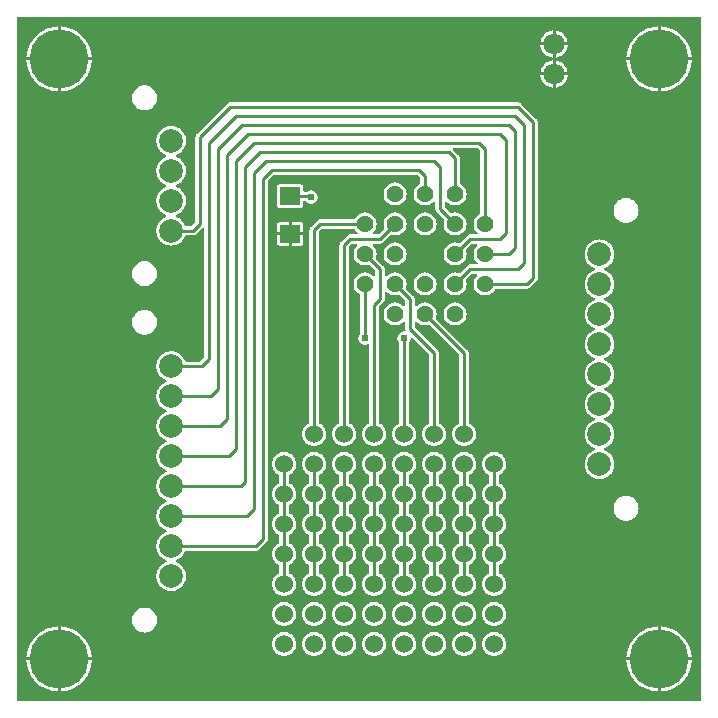
<source format=gtl>
G04 Layer: TopLayer*
G04 Panelize: , Column: 2, Row: 2, Board Size: 58.42mm x 58.42mm, Panelized Board Size: 118.84mm x 118.84mm*
G04 EasyEDA v6.5.34, 2023-08-08 00:03:29*
G04 60ba9355530941958d7498b2467ee319,5a6b42c53f6a479593ecc07194224c93,10*
G04 Gerber Generator version 0.2*
G04 Scale: 100 percent, Rotated: No, Reflected: No *
G04 Dimensions in millimeters *
G04 leading zeros omitted , absolute positions ,4 integer and 5 decimal *
%FSLAX45Y45*%
%MOMM*%

%AMMACRO1*21,1,$1,$2,0,0,$3*%
%ADD10C,0.2540*%
%ADD11MACRO1,1.728X1.485X0.0000*%
%ADD12R,1.7280X1.4850*%
%ADD13C,1.4300*%
%ADD14C,5.0000*%
%ADD15C,1.8000*%
%ADD16C,2.0000*%
%ADD17C,1.5240*%
%ADD18C,0.6096*%
%ADD19C,0.0106*%

%LPD*%
G36*
X5805932Y25908D02*
G01*
X36068Y26416D01*
X32156Y27178D01*
X28905Y29362D01*
X26670Y32664D01*
X25908Y36576D01*
X25908Y5805932D01*
X26670Y5809843D01*
X28905Y5813094D01*
X32156Y5815330D01*
X36068Y5816092D01*
X5805932Y5816092D01*
X5809843Y5815330D01*
X5813094Y5813094D01*
X5815330Y5809843D01*
X5816092Y5805932D01*
X5816092Y36068D01*
X5815330Y32207D01*
X5813094Y28905D01*
X5809843Y26670D01*
G37*

%LPC*%
G36*
X4456887Y5600700D02*
G01*
X4559300Y5600700D01*
X4559300Y5702960D01*
X4550308Y5701842D01*
X4536186Y5698236D01*
X4522673Y5692851D01*
X4509922Y5685840D01*
X4498136Y5677306D01*
X4487519Y5667349D01*
X4478223Y5656122D01*
X4470450Y5643829D01*
X4464253Y5630672D01*
X4459732Y5616803D01*
X4457039Y5602528D01*
G37*
G36*
X393700Y105562D02*
G01*
X398322Y105664D01*
X421284Y108051D01*
X443992Y112369D01*
X466242Y118618D01*
X487934Y126644D01*
X508812Y136499D01*
X528828Y148031D01*
X547827Y161239D01*
X565607Y175971D01*
X582117Y192125D01*
X597204Y209600D01*
X610819Y228295D01*
X622757Y248107D01*
X633018Y268782D01*
X641553Y290271D01*
X648208Y312369D01*
X653034Y334975D01*
X655929Y357936D01*
X656336Y368300D01*
X393700Y368300D01*
G37*
G36*
X5448300Y105613D02*
G01*
X5448300Y368300D01*
X5185410Y368300D01*
X5187289Y346405D01*
X5191150Y323646D01*
X5196890Y301244D01*
X5204460Y279450D01*
X5213858Y258317D01*
X5224983Y238099D01*
X5237784Y218846D01*
X5252161Y200710D01*
X5267960Y183896D01*
X5285130Y168402D01*
X5303520Y154432D01*
X5323027Y142087D01*
X5343499Y131368D01*
X5364835Y122428D01*
X5386781Y115265D01*
X5409285Y109982D01*
X5432145Y106629D01*
G37*
G36*
X368300Y105613D02*
G01*
X368300Y368300D01*
X105410Y368300D01*
X107289Y346405D01*
X111150Y323646D01*
X116890Y301244D01*
X124460Y279450D01*
X133858Y258317D01*
X144983Y238099D01*
X157784Y218846D01*
X172161Y200710D01*
X187960Y183896D01*
X205130Y168402D01*
X223520Y154432D01*
X243027Y142087D01*
X263499Y131368D01*
X284835Y122428D01*
X306781Y115265D01*
X329285Y109982D01*
X352145Y106629D01*
G37*
G36*
X393700Y393700D02*
G01*
X656336Y393700D01*
X655929Y404063D01*
X653034Y427024D01*
X648208Y449630D01*
X641553Y471728D01*
X633018Y493217D01*
X622757Y513892D01*
X610819Y533704D01*
X597204Y552348D01*
X582117Y569874D01*
X565607Y586028D01*
X547827Y600760D01*
X528828Y613968D01*
X508812Y625500D01*
X487934Y635355D01*
X466242Y643382D01*
X443992Y649630D01*
X421284Y653948D01*
X398322Y656336D01*
X393700Y656437D01*
G37*
G36*
X5473700Y393700D02*
G01*
X5736336Y393700D01*
X5735929Y404063D01*
X5733034Y427024D01*
X5728208Y449630D01*
X5721553Y471728D01*
X5713018Y493217D01*
X5702757Y513892D01*
X5690819Y533704D01*
X5677204Y552348D01*
X5662117Y569874D01*
X5645607Y586028D01*
X5627827Y600760D01*
X5608828Y613968D01*
X5588812Y625500D01*
X5567934Y635355D01*
X5546242Y643382D01*
X5523992Y649630D01*
X5501284Y653948D01*
X5478322Y656336D01*
X5473700Y656437D01*
G37*
G36*
X5185410Y393700D02*
G01*
X5448300Y393700D01*
X5448300Y656386D01*
X5432145Y655370D01*
X5409285Y652018D01*
X5386781Y646734D01*
X5364835Y639572D01*
X5343499Y630631D01*
X5323027Y619912D01*
X5303520Y607568D01*
X5285130Y593598D01*
X5267960Y578104D01*
X5252161Y561289D01*
X5237784Y543153D01*
X5224983Y523900D01*
X5213858Y503682D01*
X5204460Y482549D01*
X5196890Y460756D01*
X5191150Y438353D01*
X5187289Y415594D01*
G37*
G36*
X105410Y393700D02*
G01*
X368300Y393700D01*
X368300Y656386D01*
X352145Y655370D01*
X329285Y652018D01*
X306781Y646734D01*
X284835Y639572D01*
X263499Y630631D01*
X243027Y619912D01*
X223520Y607568D01*
X205130Y593598D01*
X187960Y578104D01*
X172161Y561289D01*
X157784Y543153D01*
X144983Y523900D01*
X133858Y503682D01*
X124460Y482549D01*
X116890Y460756D01*
X111150Y438353D01*
X107289Y415594D01*
G37*
G36*
X4057192Y406146D02*
G01*
X4070807Y406146D01*
X4084320Y407974D01*
X4097477Y411581D01*
X4110024Y416864D01*
X4121759Y423824D01*
X4132478Y432308D01*
X4141978Y442112D01*
X4150055Y453085D01*
X4156608Y465023D01*
X4161485Y477774D01*
X4164634Y491032D01*
X4166006Y504596D01*
X4165549Y518210D01*
X4163314Y531672D01*
X4159250Y544677D01*
X4153509Y557072D01*
X4146194Y568553D01*
X4137355Y578967D01*
X4127246Y588111D01*
X4116019Y595833D01*
X4103827Y601980D01*
X4090974Y606450D01*
X4077614Y609193D01*
X4064000Y610057D01*
X4050385Y609193D01*
X4037025Y606450D01*
X4024122Y601980D01*
X4011980Y595833D01*
X4000703Y588111D01*
X3990594Y578967D01*
X3981805Y568553D01*
X3974490Y557072D01*
X3968750Y544677D01*
X3964686Y531672D01*
X3962400Y518210D01*
X3961942Y504596D01*
X3963314Y491032D01*
X3966514Y477774D01*
X3971391Y465023D01*
X3977944Y453085D01*
X3986022Y442112D01*
X3995521Y432308D01*
X4006240Y423824D01*
X4017975Y416864D01*
X4030522Y411581D01*
X4043679Y407974D01*
G37*
G36*
X3549192Y406146D02*
G01*
X3562807Y406146D01*
X3576320Y407974D01*
X3589477Y411581D01*
X3602024Y416864D01*
X3613759Y423824D01*
X3624478Y432308D01*
X3633978Y442112D01*
X3642055Y453085D01*
X3648608Y465023D01*
X3653485Y477774D01*
X3656685Y491032D01*
X3658006Y504596D01*
X3657549Y518210D01*
X3655314Y531672D01*
X3651250Y544677D01*
X3645509Y557072D01*
X3638194Y568553D01*
X3629355Y578967D01*
X3619246Y588111D01*
X3608019Y595833D01*
X3595827Y601980D01*
X3582974Y606450D01*
X3569614Y609193D01*
X3556000Y610057D01*
X3542385Y609193D01*
X3529025Y606450D01*
X3516122Y601980D01*
X3503980Y595833D01*
X3492754Y588111D01*
X3482594Y578967D01*
X3473805Y568553D01*
X3466490Y557072D01*
X3460750Y544677D01*
X3456686Y531672D01*
X3454400Y518210D01*
X3453993Y504596D01*
X3455314Y491032D01*
X3458514Y477774D01*
X3463391Y465023D01*
X3469944Y453085D01*
X3478022Y442112D01*
X3487521Y432308D01*
X3498240Y423824D01*
X3509975Y416864D01*
X3522522Y411581D01*
X3535679Y407974D01*
G37*
G36*
X3803192Y406146D02*
G01*
X3816807Y406146D01*
X3830320Y407974D01*
X3843477Y411581D01*
X3856024Y416864D01*
X3867759Y423824D01*
X3878478Y432308D01*
X3887978Y442112D01*
X3896055Y453085D01*
X3902608Y465023D01*
X3907485Y477774D01*
X3910634Y491032D01*
X3912006Y504596D01*
X3911549Y518210D01*
X3909314Y531672D01*
X3905250Y544677D01*
X3899509Y557072D01*
X3892194Y568553D01*
X3883355Y578967D01*
X3873246Y588111D01*
X3862019Y595833D01*
X3849827Y601980D01*
X3836974Y606450D01*
X3823614Y609193D01*
X3810000Y610057D01*
X3796385Y609193D01*
X3783025Y606450D01*
X3770122Y601980D01*
X3757980Y595833D01*
X3746703Y588111D01*
X3736594Y578967D01*
X3727805Y568553D01*
X3720490Y557072D01*
X3714750Y544677D01*
X3710686Y531672D01*
X3708400Y518210D01*
X3707942Y504596D01*
X3709314Y491032D01*
X3712514Y477774D01*
X3717391Y465023D01*
X3723944Y453085D01*
X3732022Y442112D01*
X3741521Y432308D01*
X3752240Y423824D01*
X3763975Y416864D01*
X3776522Y411581D01*
X3789679Y407974D01*
G37*
G36*
X3295192Y406146D02*
G01*
X3308807Y406146D01*
X3322320Y407974D01*
X3335477Y411581D01*
X3348024Y416864D01*
X3359759Y423824D01*
X3370478Y432308D01*
X3379978Y442112D01*
X3388055Y453085D01*
X3394608Y465023D01*
X3399485Y477774D01*
X3402685Y491032D01*
X3404006Y504596D01*
X3403549Y518210D01*
X3401314Y531672D01*
X3397250Y544677D01*
X3391509Y557072D01*
X3384194Y568553D01*
X3375355Y578967D01*
X3365246Y588111D01*
X3354019Y595833D01*
X3341827Y601980D01*
X3328974Y606450D01*
X3315614Y609193D01*
X3302000Y610057D01*
X3288385Y609193D01*
X3275025Y606450D01*
X3262122Y601980D01*
X3249980Y595833D01*
X3238754Y588111D01*
X3228594Y578967D01*
X3219805Y568553D01*
X3212490Y557072D01*
X3206750Y544677D01*
X3202686Y531672D01*
X3200400Y518210D01*
X3199993Y504596D01*
X3201314Y491032D01*
X3204514Y477774D01*
X3209391Y465023D01*
X3215944Y453085D01*
X3224022Y442112D01*
X3233521Y432308D01*
X3244240Y423824D01*
X3255975Y416864D01*
X3268522Y411581D01*
X3281679Y407974D01*
G37*
G36*
X3041192Y406196D02*
G01*
X3054807Y406196D01*
X3068320Y408025D01*
X3081477Y411632D01*
X3094024Y416966D01*
X3105759Y423926D01*
X3116478Y432358D01*
X3125978Y442163D01*
X3134055Y453135D01*
X3140608Y465074D01*
X3145485Y477824D01*
X3148685Y491083D01*
X3150006Y504647D01*
X3149549Y518261D01*
X3147314Y531723D01*
X3143250Y544779D01*
X3137509Y557123D01*
X3130194Y568604D01*
X3121355Y579018D01*
X3111246Y588162D01*
X3100019Y595884D01*
X3087827Y602030D01*
X3074974Y606501D01*
X3061614Y609244D01*
X3048000Y610158D01*
X3034385Y609244D01*
X3021025Y606501D01*
X3008122Y602030D01*
X2995980Y595884D01*
X2984754Y588162D01*
X2974594Y579018D01*
X2965805Y568604D01*
X2958490Y557123D01*
X2952750Y544779D01*
X2948686Y531723D01*
X2946400Y518261D01*
X2945993Y504647D01*
X2947314Y491083D01*
X2950514Y477824D01*
X2955391Y465074D01*
X2961944Y453135D01*
X2970022Y442163D01*
X2979521Y432358D01*
X2990240Y423926D01*
X3001975Y416966D01*
X3014522Y411632D01*
X3027680Y408025D01*
G37*
G36*
X2533192Y406196D02*
G01*
X2546807Y406196D01*
X2560320Y408025D01*
X2573477Y411632D01*
X2586024Y416966D01*
X2597759Y423926D01*
X2608478Y432358D01*
X2617978Y442163D01*
X2626055Y453135D01*
X2632608Y465074D01*
X2637485Y477824D01*
X2640685Y491083D01*
X2642006Y504647D01*
X2641549Y518261D01*
X2639314Y531723D01*
X2635250Y544779D01*
X2629509Y557123D01*
X2622194Y568604D01*
X2613406Y579018D01*
X2603246Y588162D01*
X2592019Y595884D01*
X2579878Y602030D01*
X2566974Y606501D01*
X2553614Y609244D01*
X2540000Y610158D01*
X2526385Y609244D01*
X2513025Y606501D01*
X2500122Y602030D01*
X2487980Y595884D01*
X2476754Y588162D01*
X2466594Y579018D01*
X2457805Y568604D01*
X2450490Y557123D01*
X2444750Y544779D01*
X2440686Y531723D01*
X2438450Y518261D01*
X2437993Y504647D01*
X2439314Y491083D01*
X2442514Y477824D01*
X2447391Y465074D01*
X2453944Y453135D01*
X2462022Y442163D01*
X2471521Y432358D01*
X2482240Y423926D01*
X2493975Y416966D01*
X2506522Y411632D01*
X2519680Y408025D01*
G37*
G36*
X2787192Y406196D02*
G01*
X2800807Y406196D01*
X2814320Y408025D01*
X2827477Y411632D01*
X2840024Y416966D01*
X2851759Y423926D01*
X2862478Y432358D01*
X2871978Y442163D01*
X2880055Y453135D01*
X2886608Y465074D01*
X2891485Y477824D01*
X2894685Y491083D01*
X2896006Y504647D01*
X2895549Y518261D01*
X2893314Y531723D01*
X2889250Y544779D01*
X2883509Y557123D01*
X2876194Y568604D01*
X2867355Y579018D01*
X2857246Y588162D01*
X2846019Y595884D01*
X2833827Y602030D01*
X2820974Y606501D01*
X2807614Y609244D01*
X2794000Y610158D01*
X2780385Y609244D01*
X2767025Y606501D01*
X2754122Y602030D01*
X2741980Y595884D01*
X2730754Y588162D01*
X2720594Y579018D01*
X2711805Y568604D01*
X2704490Y557123D01*
X2698750Y544779D01*
X2694686Y531723D01*
X2692400Y518261D01*
X2691993Y504647D01*
X2693314Y491083D01*
X2696514Y477824D01*
X2701391Y465074D01*
X2707944Y453135D01*
X2716022Y442163D01*
X2725521Y432358D01*
X2736240Y423926D01*
X2747975Y416966D01*
X2760522Y411632D01*
X2773680Y408025D01*
G37*
G36*
X2279192Y406196D02*
G01*
X2292807Y406196D01*
X2306320Y408025D01*
X2319477Y411632D01*
X2332024Y416966D01*
X2343759Y423926D01*
X2354478Y432358D01*
X2363978Y442163D01*
X2372055Y453135D01*
X2378608Y465074D01*
X2383485Y477824D01*
X2386685Y491083D01*
X2388006Y504647D01*
X2387549Y518261D01*
X2385314Y531723D01*
X2381250Y544779D01*
X2375509Y557123D01*
X2368194Y568604D01*
X2359406Y579018D01*
X2349246Y588162D01*
X2338019Y595884D01*
X2325878Y602030D01*
X2312974Y606501D01*
X2299614Y609244D01*
X2286000Y610158D01*
X2272385Y609244D01*
X2259025Y606501D01*
X2246122Y602030D01*
X2233980Y595884D01*
X2222754Y588162D01*
X2212594Y579018D01*
X2203805Y568604D01*
X2196490Y557123D01*
X2190750Y544779D01*
X2186686Y531723D01*
X2184450Y518261D01*
X2183993Y504647D01*
X2185314Y491083D01*
X2188514Y477824D01*
X2193391Y465074D01*
X2199944Y453135D01*
X2208022Y442163D01*
X2217521Y432358D01*
X2228240Y423926D01*
X2239975Y416966D01*
X2252522Y411632D01*
X2265680Y408025D01*
G37*
G36*
X1104900Y604824D02*
G01*
X1118717Y605739D01*
X1132281Y608431D01*
X1145438Y612902D01*
X1157833Y618998D01*
X1169365Y626719D01*
X1179779Y635863D01*
X1188923Y646277D01*
X1196594Y657758D01*
X1202740Y670204D01*
X1207160Y683310D01*
X1209903Y696874D01*
X1210767Y710692D01*
X1209903Y724560D01*
X1207160Y738124D01*
X1202740Y751230D01*
X1196594Y763676D01*
X1188923Y775157D01*
X1179779Y785571D01*
X1169365Y794715D01*
X1157833Y802436D01*
X1145438Y808532D01*
X1132281Y813003D01*
X1118717Y815695D01*
X1104900Y816610D01*
X1091082Y815695D01*
X1077518Y813003D01*
X1064361Y808532D01*
X1051966Y802436D01*
X1040434Y794715D01*
X1030020Y785571D01*
X1020876Y775157D01*
X1013206Y763676D01*
X1007059Y751230D01*
X1002639Y738124D01*
X999896Y724560D01*
X999032Y710692D01*
X999896Y696874D01*
X1002639Y683310D01*
X1007059Y670204D01*
X1013206Y657758D01*
X1020876Y646277D01*
X1030020Y635863D01*
X1040434Y626719D01*
X1051966Y618998D01*
X1064361Y612902D01*
X1077518Y608431D01*
X1091082Y605739D01*
G37*
G36*
X3549192Y660044D02*
G01*
X3562807Y660044D01*
X3576320Y661873D01*
X3589477Y665480D01*
X3602024Y670814D01*
X3613759Y677773D01*
X3624478Y686206D01*
X3633978Y696010D01*
X3642055Y706983D01*
X3648608Y718972D01*
X3653485Y731672D01*
X3656685Y744931D01*
X3658057Y758494D01*
X3657600Y772160D01*
X3655314Y785571D01*
X3651250Y798626D01*
X3645509Y810971D01*
X3638194Y822502D01*
X3629406Y832916D01*
X3619296Y842060D01*
X3608019Y849782D01*
X3595878Y855929D01*
X3582974Y860399D01*
X3569614Y863092D01*
X3556000Y864006D01*
X3542385Y863092D01*
X3529025Y860399D01*
X3516172Y855929D01*
X3503980Y849782D01*
X3492754Y842060D01*
X3482644Y832916D01*
X3473805Y822502D01*
X3466490Y810971D01*
X3460750Y798626D01*
X3456686Y785571D01*
X3454450Y772160D01*
X3453993Y758494D01*
X3455365Y744931D01*
X3458514Y731672D01*
X3463391Y718972D01*
X3469944Y706983D01*
X3478022Y696010D01*
X3487521Y686206D01*
X3498240Y677773D01*
X3509975Y670814D01*
X3522522Y665480D01*
X3535679Y661873D01*
G37*
G36*
X3295192Y660044D02*
G01*
X3308807Y660044D01*
X3322320Y661873D01*
X3335477Y665480D01*
X3348024Y670814D01*
X3359759Y677773D01*
X3370478Y686206D01*
X3379978Y696010D01*
X3388055Y706983D01*
X3394608Y718972D01*
X3399485Y731672D01*
X3402685Y744931D01*
X3404057Y758494D01*
X3403600Y772160D01*
X3401314Y785571D01*
X3397250Y798626D01*
X3391509Y810971D01*
X3384194Y822502D01*
X3375406Y832916D01*
X3365296Y842060D01*
X3354019Y849782D01*
X3341878Y855929D01*
X3328974Y860399D01*
X3315614Y863092D01*
X3302000Y864006D01*
X3288385Y863092D01*
X3275025Y860399D01*
X3262172Y855929D01*
X3249980Y849782D01*
X3238754Y842060D01*
X3228644Y832916D01*
X3219805Y822502D01*
X3212490Y810971D01*
X3206750Y798626D01*
X3202686Y785571D01*
X3200450Y772160D01*
X3199993Y758494D01*
X3201365Y744931D01*
X3204514Y731672D01*
X3209391Y718972D01*
X3215944Y706983D01*
X3224022Y696010D01*
X3233521Y686206D01*
X3244240Y677773D01*
X3255975Y670814D01*
X3268522Y665480D01*
X3281679Y661873D01*
G37*
G36*
X4057192Y660044D02*
G01*
X4070807Y660044D01*
X4084320Y661873D01*
X4097477Y665480D01*
X4110024Y670814D01*
X4121759Y677773D01*
X4132478Y686206D01*
X4141978Y696010D01*
X4150055Y706983D01*
X4156608Y718972D01*
X4161485Y731672D01*
X4164685Y744931D01*
X4166006Y758494D01*
X4165600Y772160D01*
X4163314Y785571D01*
X4159250Y798626D01*
X4153509Y810971D01*
X4146194Y822502D01*
X4137406Y832916D01*
X4127246Y842060D01*
X4116019Y849782D01*
X4103878Y855929D01*
X4090974Y860399D01*
X4077614Y863092D01*
X4064000Y864006D01*
X4050385Y863092D01*
X4037025Y860399D01*
X4024172Y855929D01*
X4011980Y849782D01*
X4000754Y842060D01*
X3990644Y832916D01*
X3981805Y822502D01*
X3974490Y810971D01*
X3968750Y798626D01*
X3964686Y785571D01*
X3962450Y772160D01*
X3961993Y758494D01*
X3963314Y744931D01*
X3966514Y731672D01*
X3971391Y718972D01*
X3977944Y706983D01*
X3986022Y696010D01*
X3995521Y686206D01*
X4006240Y677773D01*
X4017975Y670814D01*
X4030522Y665480D01*
X4043679Y661873D01*
G37*
G36*
X3803192Y660044D02*
G01*
X3816807Y660044D01*
X3830320Y661873D01*
X3843477Y665480D01*
X3856024Y670814D01*
X3867759Y677773D01*
X3878478Y686206D01*
X3887978Y696010D01*
X3896055Y706983D01*
X3902608Y718972D01*
X3907485Y731672D01*
X3910685Y744931D01*
X3912006Y758494D01*
X3911600Y772160D01*
X3909314Y785571D01*
X3905250Y798626D01*
X3899509Y810971D01*
X3892194Y822502D01*
X3883406Y832916D01*
X3873246Y842060D01*
X3862019Y849782D01*
X3849878Y855929D01*
X3836974Y860399D01*
X3823614Y863092D01*
X3810000Y864006D01*
X3796385Y863092D01*
X3783025Y860399D01*
X3770172Y855929D01*
X3757980Y849782D01*
X3746754Y842060D01*
X3736644Y832916D01*
X3727805Y822502D01*
X3720490Y810971D01*
X3714750Y798626D01*
X3710686Y785571D01*
X3708450Y772160D01*
X3707993Y758494D01*
X3709314Y744931D01*
X3712514Y731672D01*
X3717391Y718972D01*
X3723944Y706983D01*
X3732022Y696010D01*
X3741521Y686206D01*
X3752240Y677773D01*
X3763975Y670814D01*
X3776522Y665480D01*
X3789679Y661873D01*
G37*
G36*
X3041192Y660146D02*
G01*
X3054807Y660146D01*
X3068320Y661974D01*
X3081477Y665530D01*
X3094024Y670864D01*
X3105759Y677824D01*
X3116478Y686257D01*
X3125978Y696061D01*
X3134055Y707085D01*
X3140608Y719023D01*
X3145485Y731723D01*
X3148685Y745032D01*
X3150057Y758596D01*
X3149600Y772210D01*
X3147314Y785672D01*
X3143250Y798677D01*
X3137509Y811072D01*
X3130194Y822553D01*
X3121406Y832967D01*
X3111296Y842111D01*
X3100019Y849833D01*
X3087878Y855980D01*
X3074974Y860450D01*
X3061614Y863142D01*
X3048000Y864057D01*
X3034385Y863142D01*
X3021025Y860450D01*
X3008172Y855980D01*
X2995980Y849833D01*
X2984754Y842111D01*
X2974644Y832967D01*
X2965805Y822553D01*
X2958490Y811072D01*
X2952750Y798677D01*
X2948686Y785672D01*
X2946450Y772210D01*
X2945993Y758596D01*
X2947365Y745032D01*
X2950514Y731723D01*
X2955391Y719023D01*
X2961944Y707085D01*
X2970022Y696061D01*
X2979521Y686257D01*
X2990240Y677824D01*
X3001975Y670864D01*
X3014522Y665530D01*
X3027680Y661974D01*
G37*
G36*
X2787192Y660146D02*
G01*
X2800807Y660146D01*
X2814320Y661974D01*
X2827477Y665530D01*
X2840024Y670864D01*
X2851759Y677824D01*
X2862478Y686257D01*
X2871978Y696061D01*
X2880055Y707085D01*
X2886608Y719023D01*
X2891485Y731723D01*
X2894685Y745032D01*
X2896057Y758596D01*
X2895600Y772210D01*
X2893314Y785672D01*
X2889250Y798677D01*
X2883509Y811072D01*
X2876194Y822553D01*
X2867406Y832967D01*
X2857296Y842111D01*
X2846019Y849833D01*
X2833878Y855980D01*
X2820974Y860450D01*
X2807614Y863142D01*
X2794000Y864057D01*
X2780385Y863142D01*
X2767025Y860450D01*
X2754172Y855980D01*
X2741980Y849833D01*
X2730754Y842111D01*
X2720644Y832967D01*
X2711805Y822553D01*
X2704490Y811072D01*
X2698750Y798677D01*
X2694686Y785672D01*
X2692450Y772210D01*
X2691993Y758596D01*
X2693365Y745032D01*
X2696514Y731723D01*
X2701391Y719023D01*
X2707944Y707085D01*
X2716022Y696061D01*
X2725521Y686257D01*
X2736240Y677824D01*
X2747975Y670864D01*
X2760522Y665530D01*
X2773680Y661974D01*
G37*
G36*
X2533192Y660146D02*
G01*
X2546807Y660146D01*
X2560320Y661974D01*
X2573477Y665530D01*
X2586024Y670864D01*
X2597759Y677824D01*
X2608478Y686257D01*
X2617978Y696061D01*
X2626055Y707085D01*
X2632608Y719023D01*
X2637485Y731723D01*
X2640685Y745032D01*
X2642057Y758596D01*
X2641600Y772210D01*
X2639314Y785672D01*
X2635250Y798677D01*
X2629509Y811072D01*
X2622194Y822553D01*
X2613406Y832967D01*
X2603296Y842111D01*
X2592019Y849833D01*
X2579878Y855980D01*
X2566974Y860450D01*
X2553614Y863142D01*
X2540000Y864057D01*
X2526385Y863142D01*
X2513025Y860450D01*
X2500172Y855980D01*
X2487980Y849833D01*
X2476754Y842111D01*
X2466644Y832967D01*
X2457805Y822553D01*
X2450490Y811072D01*
X2444750Y798677D01*
X2440686Y785672D01*
X2438450Y772210D01*
X2437993Y758596D01*
X2439365Y745032D01*
X2442514Y731723D01*
X2447391Y719023D01*
X2453944Y707085D01*
X2462072Y696061D01*
X2471521Y686257D01*
X2482240Y677824D01*
X2493975Y670864D01*
X2506522Y665530D01*
X2519680Y661974D01*
G37*
G36*
X2279192Y660146D02*
G01*
X2292807Y660146D01*
X2306320Y661974D01*
X2319477Y665530D01*
X2332024Y670864D01*
X2343759Y677824D01*
X2354478Y686257D01*
X2363978Y696061D01*
X2372055Y707085D01*
X2378608Y719023D01*
X2383485Y731723D01*
X2386685Y745032D01*
X2388057Y758596D01*
X2387600Y772210D01*
X2385314Y785672D01*
X2381250Y798677D01*
X2375509Y811072D01*
X2368194Y822553D01*
X2359406Y832967D01*
X2349296Y842111D01*
X2338019Y849833D01*
X2325878Y855980D01*
X2312974Y860450D01*
X2299614Y863142D01*
X2286000Y864057D01*
X2272385Y863142D01*
X2259025Y860450D01*
X2246172Y855980D01*
X2233980Y849833D01*
X2222754Y842111D01*
X2212644Y832967D01*
X2203805Y822553D01*
X2196490Y811072D01*
X2190750Y798677D01*
X2186686Y785672D01*
X2184450Y772210D01*
X2183993Y758596D01*
X2185365Y745032D01*
X2188514Y731723D01*
X2193391Y719023D01*
X2199944Y707085D01*
X2208072Y696061D01*
X2217521Y686257D01*
X2228240Y677824D01*
X2239975Y670864D01*
X2252522Y665530D01*
X2265680Y661974D01*
G37*
G36*
X3803192Y914044D02*
G01*
X3816807Y914044D01*
X3830320Y915873D01*
X3843477Y919480D01*
X3856024Y924814D01*
X3867759Y931773D01*
X3878478Y940206D01*
X3887927Y950010D01*
X3896055Y960983D01*
X3902608Y972972D01*
X3907485Y985672D01*
X3910634Y998931D01*
X3912006Y1012494D01*
X3911549Y1026160D01*
X3909314Y1039571D01*
X3905250Y1052626D01*
X3899509Y1064971D01*
X3892194Y1076502D01*
X3883355Y1086916D01*
X3873246Y1096060D01*
X3862019Y1103782D01*
X3854196Y1107744D01*
X3851249Y1109980D01*
X3849268Y1113129D01*
X3848608Y1116787D01*
X3848608Y1168958D01*
X3849370Y1172819D01*
X3851554Y1176070D01*
X3867759Y1185773D01*
X3878478Y1194206D01*
X3887927Y1204010D01*
X3896055Y1214983D01*
X3902608Y1226972D01*
X3907485Y1239672D01*
X3910634Y1252931D01*
X3912006Y1266494D01*
X3911549Y1280160D01*
X3909314Y1293571D01*
X3905250Y1306626D01*
X3899509Y1318971D01*
X3892194Y1330502D01*
X3883355Y1340916D01*
X3873246Y1350060D01*
X3862019Y1357782D01*
X3854196Y1361744D01*
X3851249Y1363980D01*
X3849268Y1367129D01*
X3848608Y1370787D01*
X3848608Y1423009D01*
X3849370Y1426870D01*
X3851554Y1430121D01*
X3867759Y1439824D01*
X3878478Y1448308D01*
X3887927Y1458061D01*
X3896055Y1469085D01*
X3902608Y1481023D01*
X3907485Y1493774D01*
X3910634Y1507032D01*
X3912006Y1520596D01*
X3911549Y1534210D01*
X3909314Y1547672D01*
X3905250Y1560677D01*
X3899509Y1573072D01*
X3892194Y1584553D01*
X3883355Y1594967D01*
X3873246Y1604111D01*
X3862019Y1611833D01*
X3854196Y1615795D01*
X3851249Y1618030D01*
X3849268Y1621231D01*
X3848608Y1624838D01*
X3848608Y1677009D01*
X3849370Y1680870D01*
X3851554Y1684121D01*
X3867759Y1693824D01*
X3878478Y1702307D01*
X3887927Y1712061D01*
X3896055Y1723085D01*
X3902608Y1735023D01*
X3907485Y1747774D01*
X3910634Y1761032D01*
X3912006Y1774596D01*
X3911549Y1788210D01*
X3909314Y1801672D01*
X3905250Y1814677D01*
X3899509Y1827072D01*
X3892194Y1838553D01*
X3883355Y1848967D01*
X3873246Y1858111D01*
X3862019Y1865833D01*
X3854196Y1869795D01*
X3851249Y1872030D01*
X3849268Y1875231D01*
X3848608Y1878838D01*
X3848608Y1930907D01*
X3849370Y1934768D01*
X3851554Y1938070D01*
X3867759Y1947773D01*
X3878478Y1956206D01*
X3887927Y1966010D01*
X3896055Y1976983D01*
X3902608Y1988972D01*
X3907485Y2001672D01*
X3910634Y2014931D01*
X3912006Y2028494D01*
X3911549Y2042160D01*
X3909314Y2055571D01*
X3905250Y2068626D01*
X3899509Y2080971D01*
X3892194Y2092502D01*
X3883355Y2102916D01*
X3873246Y2112060D01*
X3862019Y2119782D01*
X3849827Y2125929D01*
X3836974Y2130399D01*
X3823614Y2133092D01*
X3810000Y2134006D01*
X3796385Y2133092D01*
X3783025Y2130399D01*
X3770122Y2125929D01*
X3757980Y2119782D01*
X3746703Y2112060D01*
X3736594Y2102916D01*
X3727805Y2092502D01*
X3720490Y2080971D01*
X3714750Y2068626D01*
X3710686Y2055571D01*
X3708400Y2042160D01*
X3707942Y2028494D01*
X3709314Y2014931D01*
X3712514Y2001672D01*
X3717391Y1988972D01*
X3723944Y1976983D01*
X3732022Y1966010D01*
X3741521Y1956206D01*
X3752240Y1947773D01*
X3768445Y1938070D01*
X3770629Y1934768D01*
X3771392Y1930907D01*
X3771392Y1878838D01*
X3770680Y1875231D01*
X3768750Y1872030D01*
X3765804Y1869795D01*
X3757980Y1865833D01*
X3746703Y1858111D01*
X3736594Y1848967D01*
X3727805Y1838553D01*
X3720490Y1827072D01*
X3714750Y1814677D01*
X3710686Y1801672D01*
X3708400Y1788210D01*
X3707942Y1774596D01*
X3709314Y1761032D01*
X3712514Y1747774D01*
X3717391Y1735023D01*
X3723944Y1723085D01*
X3732022Y1712061D01*
X3741521Y1702307D01*
X3752240Y1693824D01*
X3768445Y1684121D01*
X3770629Y1680870D01*
X3771392Y1677009D01*
X3771392Y1624838D01*
X3770680Y1621231D01*
X3768750Y1618030D01*
X3765804Y1615795D01*
X3757980Y1611833D01*
X3746703Y1604111D01*
X3736594Y1594967D01*
X3727805Y1584553D01*
X3720490Y1573072D01*
X3714750Y1560677D01*
X3710686Y1547672D01*
X3708400Y1534210D01*
X3707942Y1520596D01*
X3709314Y1507032D01*
X3712514Y1493774D01*
X3717391Y1481023D01*
X3723944Y1469085D01*
X3732022Y1458061D01*
X3741521Y1448308D01*
X3752240Y1439824D01*
X3768445Y1430121D01*
X3770629Y1426870D01*
X3771392Y1423009D01*
X3771392Y1370787D01*
X3770680Y1367129D01*
X3768750Y1363980D01*
X3765804Y1361744D01*
X3757980Y1357782D01*
X3746703Y1350060D01*
X3736594Y1340916D01*
X3727805Y1330502D01*
X3720490Y1318971D01*
X3714750Y1306626D01*
X3710686Y1293571D01*
X3708400Y1280160D01*
X3707942Y1266494D01*
X3709314Y1252931D01*
X3712514Y1239672D01*
X3717391Y1226972D01*
X3723944Y1214983D01*
X3732022Y1204010D01*
X3741521Y1194206D01*
X3752240Y1185773D01*
X3768445Y1176070D01*
X3770629Y1172819D01*
X3771392Y1168958D01*
X3771392Y1116787D01*
X3770680Y1113129D01*
X3768750Y1109980D01*
X3765804Y1107744D01*
X3757980Y1103782D01*
X3746703Y1096060D01*
X3736594Y1086916D01*
X3727805Y1076502D01*
X3720490Y1064971D01*
X3714750Y1052626D01*
X3710686Y1039571D01*
X3708400Y1026160D01*
X3707942Y1012494D01*
X3709314Y998931D01*
X3712514Y985672D01*
X3717391Y972972D01*
X3723944Y960983D01*
X3732022Y950010D01*
X3741521Y940206D01*
X3752240Y931773D01*
X3763975Y924814D01*
X3776522Y919480D01*
X3789679Y915873D01*
G37*
G36*
X4057192Y914044D02*
G01*
X4070807Y914044D01*
X4084320Y915873D01*
X4097477Y919480D01*
X4110024Y924814D01*
X4121759Y931773D01*
X4132478Y940206D01*
X4141927Y950010D01*
X4150055Y960983D01*
X4156608Y972972D01*
X4161485Y985672D01*
X4164634Y998931D01*
X4166006Y1012494D01*
X4165549Y1026160D01*
X4163314Y1039571D01*
X4159250Y1052626D01*
X4153509Y1064971D01*
X4146194Y1076502D01*
X4137355Y1086916D01*
X4127246Y1096060D01*
X4116019Y1103782D01*
X4108196Y1107744D01*
X4105249Y1109980D01*
X4103268Y1113129D01*
X4102608Y1116787D01*
X4102608Y1168958D01*
X4103370Y1172819D01*
X4105554Y1176070D01*
X4121759Y1185773D01*
X4132478Y1194206D01*
X4141927Y1204010D01*
X4150055Y1214983D01*
X4156608Y1226972D01*
X4161485Y1239672D01*
X4164634Y1252931D01*
X4166006Y1266494D01*
X4165549Y1280160D01*
X4163314Y1293571D01*
X4159250Y1306626D01*
X4153509Y1318971D01*
X4146194Y1330502D01*
X4137355Y1340916D01*
X4127246Y1350060D01*
X4116019Y1357782D01*
X4108196Y1361744D01*
X4105249Y1363980D01*
X4103268Y1367129D01*
X4102608Y1370787D01*
X4102608Y1423009D01*
X4103370Y1426870D01*
X4105554Y1430121D01*
X4121759Y1439824D01*
X4132478Y1448308D01*
X4141927Y1458061D01*
X4150055Y1469085D01*
X4156608Y1481023D01*
X4161485Y1493774D01*
X4164634Y1507032D01*
X4166006Y1520596D01*
X4165549Y1534210D01*
X4163314Y1547672D01*
X4159250Y1560677D01*
X4153509Y1573072D01*
X4146194Y1584553D01*
X4137355Y1594967D01*
X4127246Y1604111D01*
X4116019Y1611833D01*
X4108196Y1615795D01*
X4105249Y1618030D01*
X4103268Y1621231D01*
X4102608Y1624838D01*
X4102608Y1677009D01*
X4103370Y1680870D01*
X4105554Y1684121D01*
X4121759Y1693824D01*
X4132478Y1702307D01*
X4141927Y1712061D01*
X4150055Y1723085D01*
X4156608Y1735023D01*
X4161485Y1747774D01*
X4164634Y1761032D01*
X4166006Y1774596D01*
X4165549Y1788210D01*
X4163314Y1801672D01*
X4159250Y1814677D01*
X4153509Y1827072D01*
X4146194Y1838553D01*
X4137355Y1848967D01*
X4127246Y1858111D01*
X4116019Y1865833D01*
X4108196Y1869795D01*
X4105249Y1872030D01*
X4103268Y1875231D01*
X4102608Y1878838D01*
X4102608Y1930907D01*
X4103370Y1934768D01*
X4105554Y1938070D01*
X4121759Y1947773D01*
X4132478Y1956206D01*
X4141927Y1966010D01*
X4150055Y1976983D01*
X4156608Y1988972D01*
X4161485Y2001672D01*
X4164634Y2014931D01*
X4166006Y2028494D01*
X4165549Y2042160D01*
X4163314Y2055571D01*
X4159250Y2068626D01*
X4153509Y2080971D01*
X4146194Y2092502D01*
X4137355Y2102916D01*
X4127246Y2112060D01*
X4116019Y2119782D01*
X4103827Y2125929D01*
X4090974Y2130399D01*
X4077614Y2133092D01*
X4064000Y2134006D01*
X4050385Y2133092D01*
X4037025Y2130399D01*
X4024122Y2125929D01*
X4011980Y2119782D01*
X4000703Y2112060D01*
X3990594Y2102916D01*
X3981805Y2092502D01*
X3974490Y2080971D01*
X3968750Y2068626D01*
X3964686Y2055571D01*
X3962400Y2042160D01*
X3961942Y2028494D01*
X3963314Y2014931D01*
X3966514Y2001672D01*
X3971391Y1988972D01*
X3977944Y1976983D01*
X3986022Y1966010D01*
X3995521Y1956206D01*
X4006240Y1947773D01*
X4022445Y1938070D01*
X4024629Y1934768D01*
X4025392Y1930907D01*
X4025392Y1878838D01*
X4024680Y1875231D01*
X4022750Y1872030D01*
X4019804Y1869795D01*
X4011980Y1865833D01*
X4000703Y1858111D01*
X3990594Y1848967D01*
X3981805Y1838553D01*
X3974490Y1827072D01*
X3968750Y1814677D01*
X3964686Y1801672D01*
X3962400Y1788210D01*
X3961942Y1774596D01*
X3963314Y1761032D01*
X3966514Y1747774D01*
X3971391Y1735023D01*
X3977944Y1723085D01*
X3986022Y1712061D01*
X3995521Y1702307D01*
X4006240Y1693824D01*
X4022445Y1684121D01*
X4024629Y1680870D01*
X4025392Y1677009D01*
X4025392Y1624838D01*
X4024680Y1621231D01*
X4022750Y1618030D01*
X4019804Y1615795D01*
X4011980Y1611833D01*
X4000703Y1604111D01*
X3990594Y1594967D01*
X3981805Y1584553D01*
X3974490Y1573072D01*
X3968750Y1560677D01*
X3964686Y1547672D01*
X3962400Y1534210D01*
X3961942Y1520596D01*
X3963314Y1507032D01*
X3966514Y1493774D01*
X3971391Y1481023D01*
X3977944Y1469085D01*
X3986022Y1458061D01*
X3995521Y1448308D01*
X4006240Y1439824D01*
X4022445Y1430121D01*
X4024629Y1426870D01*
X4025392Y1423009D01*
X4025392Y1370787D01*
X4024680Y1367129D01*
X4022750Y1363980D01*
X4019804Y1361744D01*
X4011980Y1357782D01*
X4000703Y1350060D01*
X3990594Y1340916D01*
X3981805Y1330502D01*
X3974490Y1318971D01*
X3968750Y1306626D01*
X3964686Y1293571D01*
X3962400Y1280160D01*
X3961942Y1266494D01*
X3963314Y1252931D01*
X3966514Y1239672D01*
X3971391Y1226972D01*
X3977944Y1214983D01*
X3986022Y1204010D01*
X3995521Y1194206D01*
X4006240Y1185773D01*
X4022445Y1176070D01*
X4024629Y1172819D01*
X4025392Y1168958D01*
X4025392Y1116787D01*
X4024680Y1113129D01*
X4022750Y1109980D01*
X4019804Y1107744D01*
X4011980Y1103782D01*
X4000703Y1096060D01*
X3990594Y1086916D01*
X3981805Y1076502D01*
X3974490Y1064971D01*
X3968750Y1052626D01*
X3964686Y1039571D01*
X3962400Y1026160D01*
X3961942Y1012494D01*
X3963314Y998931D01*
X3966514Y985672D01*
X3971391Y972972D01*
X3977944Y960983D01*
X3986022Y950010D01*
X3995521Y940206D01*
X4006240Y931773D01*
X4017975Y924814D01*
X4030522Y919480D01*
X4043679Y915873D01*
G37*
G36*
X3549192Y914044D02*
G01*
X3562807Y914044D01*
X3576320Y915873D01*
X3589477Y919480D01*
X3602024Y924814D01*
X3613759Y931773D01*
X3624478Y940206D01*
X3633978Y950010D01*
X3642055Y960983D01*
X3648608Y972972D01*
X3653485Y985672D01*
X3656634Y998931D01*
X3658006Y1012494D01*
X3657549Y1026160D01*
X3655314Y1039571D01*
X3651250Y1052626D01*
X3645509Y1064971D01*
X3638194Y1076502D01*
X3629355Y1086916D01*
X3619246Y1096060D01*
X3608019Y1103782D01*
X3600196Y1107744D01*
X3597249Y1109980D01*
X3595268Y1113129D01*
X3594608Y1116787D01*
X3594608Y1168908D01*
X3595370Y1172819D01*
X3597554Y1176070D01*
X3613759Y1185773D01*
X3624478Y1194206D01*
X3633978Y1204010D01*
X3642055Y1214983D01*
X3648608Y1226972D01*
X3653485Y1239672D01*
X3656634Y1252931D01*
X3658006Y1266494D01*
X3657549Y1280160D01*
X3655314Y1293571D01*
X3651250Y1306626D01*
X3645509Y1318971D01*
X3638194Y1330502D01*
X3629355Y1340916D01*
X3619246Y1350060D01*
X3608019Y1357782D01*
X3600196Y1361744D01*
X3597249Y1363980D01*
X3595268Y1367129D01*
X3594608Y1370787D01*
X3594608Y1423009D01*
X3595370Y1426870D01*
X3597554Y1430121D01*
X3613759Y1439824D01*
X3624478Y1448308D01*
X3633978Y1458061D01*
X3642055Y1469085D01*
X3648608Y1481023D01*
X3653485Y1493774D01*
X3656634Y1507032D01*
X3658006Y1520596D01*
X3657549Y1534210D01*
X3655314Y1547672D01*
X3651250Y1560677D01*
X3645509Y1573072D01*
X3638194Y1584553D01*
X3629355Y1594967D01*
X3619246Y1604111D01*
X3608019Y1611833D01*
X3600196Y1615795D01*
X3597249Y1618030D01*
X3595268Y1621231D01*
X3594608Y1624838D01*
X3594608Y1677009D01*
X3595370Y1680870D01*
X3597554Y1684121D01*
X3613759Y1693824D01*
X3624478Y1702307D01*
X3633978Y1712061D01*
X3642055Y1723085D01*
X3648608Y1735023D01*
X3653485Y1747774D01*
X3656634Y1761032D01*
X3658006Y1774596D01*
X3657549Y1788210D01*
X3655314Y1801672D01*
X3651250Y1814677D01*
X3645509Y1827072D01*
X3638194Y1838553D01*
X3629355Y1848967D01*
X3619246Y1858111D01*
X3608019Y1865833D01*
X3600196Y1869795D01*
X3597249Y1872030D01*
X3595268Y1875231D01*
X3594608Y1878838D01*
X3594608Y1930907D01*
X3595370Y1934768D01*
X3597554Y1938070D01*
X3613759Y1947773D01*
X3624478Y1956206D01*
X3633978Y1966010D01*
X3642055Y1976983D01*
X3648608Y1988972D01*
X3653485Y2001672D01*
X3656634Y2014931D01*
X3658006Y2028494D01*
X3657549Y2042160D01*
X3655314Y2055571D01*
X3651250Y2068626D01*
X3645509Y2080971D01*
X3638194Y2092502D01*
X3629355Y2102916D01*
X3619246Y2112060D01*
X3608019Y2119782D01*
X3595827Y2125929D01*
X3582974Y2130399D01*
X3569614Y2133092D01*
X3556000Y2134006D01*
X3542385Y2133092D01*
X3529025Y2130399D01*
X3516122Y2125929D01*
X3503980Y2119782D01*
X3492703Y2112060D01*
X3482594Y2102916D01*
X3473805Y2092502D01*
X3466490Y2080971D01*
X3460750Y2068626D01*
X3456686Y2055571D01*
X3454400Y2042160D01*
X3453942Y2028494D01*
X3455314Y2014931D01*
X3458514Y2001672D01*
X3463391Y1988972D01*
X3469944Y1976983D01*
X3478022Y1966010D01*
X3487521Y1956206D01*
X3498240Y1947773D01*
X3514445Y1938070D01*
X3516629Y1934768D01*
X3517392Y1930907D01*
X3517392Y1878838D01*
X3516680Y1875180D01*
X3514750Y1872030D01*
X3511804Y1869795D01*
X3503980Y1865833D01*
X3492703Y1858111D01*
X3482594Y1848967D01*
X3473805Y1838553D01*
X3466490Y1827072D01*
X3460750Y1814677D01*
X3456686Y1801672D01*
X3454400Y1788210D01*
X3453942Y1774596D01*
X3455314Y1761032D01*
X3458514Y1747774D01*
X3463391Y1735023D01*
X3469944Y1723085D01*
X3478022Y1712061D01*
X3487521Y1702307D01*
X3498240Y1693824D01*
X3514445Y1684172D01*
X3516629Y1680870D01*
X3517392Y1677009D01*
X3517392Y1624838D01*
X3516680Y1621180D01*
X3514750Y1618030D01*
X3511804Y1615795D01*
X3503980Y1611833D01*
X3492703Y1604111D01*
X3482594Y1594967D01*
X3473805Y1584553D01*
X3466490Y1573072D01*
X3460750Y1560677D01*
X3456686Y1547672D01*
X3454400Y1534210D01*
X3453942Y1520596D01*
X3455314Y1507032D01*
X3458514Y1493774D01*
X3463391Y1481023D01*
X3469944Y1469085D01*
X3478022Y1458061D01*
X3487521Y1448308D01*
X3498240Y1439824D01*
X3514445Y1430172D01*
X3516629Y1426870D01*
X3517392Y1423009D01*
X3517392Y1370787D01*
X3516680Y1367129D01*
X3514750Y1363980D01*
X3511804Y1361744D01*
X3503980Y1357782D01*
X3492703Y1350060D01*
X3482594Y1340916D01*
X3473805Y1330502D01*
X3466490Y1318971D01*
X3460750Y1306626D01*
X3456686Y1293571D01*
X3454400Y1280160D01*
X3453942Y1266494D01*
X3455314Y1252931D01*
X3458514Y1239672D01*
X3463391Y1226972D01*
X3469944Y1214983D01*
X3478022Y1204010D01*
X3487521Y1194206D01*
X3498240Y1185773D01*
X3514445Y1176070D01*
X3516629Y1172819D01*
X3517392Y1168958D01*
X3517392Y1116787D01*
X3516680Y1113129D01*
X3514750Y1109980D01*
X3511804Y1107744D01*
X3503980Y1103782D01*
X3492703Y1096060D01*
X3482594Y1086916D01*
X3473805Y1076502D01*
X3466490Y1064971D01*
X3460750Y1052626D01*
X3456686Y1039571D01*
X3454400Y1026160D01*
X3453942Y1012494D01*
X3455314Y998931D01*
X3458514Y985672D01*
X3463391Y972972D01*
X3469944Y960983D01*
X3478022Y950010D01*
X3487521Y940206D01*
X3498240Y931773D01*
X3509975Y924814D01*
X3522522Y919480D01*
X3535679Y915873D01*
G37*
G36*
X3295192Y914044D02*
G01*
X3308807Y914044D01*
X3322320Y915873D01*
X3335477Y919480D01*
X3348024Y924814D01*
X3359759Y931773D01*
X3370478Y940206D01*
X3379978Y950010D01*
X3388055Y960983D01*
X3394608Y972972D01*
X3399485Y985672D01*
X3402634Y998931D01*
X3404006Y1012494D01*
X3403549Y1026160D01*
X3401314Y1039571D01*
X3397250Y1052626D01*
X3391509Y1064971D01*
X3384194Y1076502D01*
X3375355Y1086916D01*
X3365246Y1096060D01*
X3354019Y1103782D01*
X3346196Y1107744D01*
X3343249Y1109980D01*
X3341268Y1113129D01*
X3340608Y1116787D01*
X3340608Y1168908D01*
X3341370Y1172819D01*
X3343554Y1176070D01*
X3359759Y1185773D01*
X3370478Y1194206D01*
X3379978Y1204010D01*
X3388055Y1214983D01*
X3394608Y1226972D01*
X3399485Y1239672D01*
X3402634Y1252931D01*
X3404006Y1266494D01*
X3403549Y1280160D01*
X3401314Y1293571D01*
X3397250Y1306626D01*
X3391509Y1318971D01*
X3384194Y1330502D01*
X3375355Y1340916D01*
X3365246Y1350060D01*
X3354019Y1357782D01*
X3346196Y1361744D01*
X3343249Y1363980D01*
X3341268Y1367129D01*
X3340608Y1370787D01*
X3340608Y1423009D01*
X3341370Y1426870D01*
X3343554Y1430121D01*
X3359759Y1439824D01*
X3370478Y1448308D01*
X3379978Y1458061D01*
X3388055Y1469085D01*
X3394608Y1481023D01*
X3399485Y1493774D01*
X3402634Y1507032D01*
X3404006Y1520596D01*
X3403549Y1534210D01*
X3401314Y1547672D01*
X3397250Y1560677D01*
X3391509Y1573072D01*
X3384194Y1584553D01*
X3375355Y1594967D01*
X3365246Y1604111D01*
X3354019Y1611833D01*
X3346196Y1615795D01*
X3343249Y1618030D01*
X3341268Y1621231D01*
X3340608Y1624838D01*
X3340608Y1677009D01*
X3341370Y1680870D01*
X3343554Y1684121D01*
X3359759Y1693824D01*
X3370478Y1702307D01*
X3379978Y1712061D01*
X3388055Y1723085D01*
X3394608Y1735023D01*
X3399485Y1747774D01*
X3402634Y1761032D01*
X3404006Y1774596D01*
X3403549Y1788210D01*
X3401314Y1801672D01*
X3397250Y1814677D01*
X3391509Y1827072D01*
X3384194Y1838553D01*
X3375355Y1848967D01*
X3365246Y1858111D01*
X3354019Y1865833D01*
X3346196Y1869795D01*
X3343249Y1872030D01*
X3341268Y1875231D01*
X3340608Y1878838D01*
X3340608Y1930907D01*
X3341370Y1934768D01*
X3343554Y1938070D01*
X3359759Y1947773D01*
X3370478Y1956206D01*
X3379978Y1966010D01*
X3388055Y1976983D01*
X3394608Y1988972D01*
X3399485Y2001672D01*
X3402634Y2014931D01*
X3404006Y2028494D01*
X3403549Y2042160D01*
X3401314Y2055571D01*
X3397250Y2068626D01*
X3391509Y2080971D01*
X3384194Y2092502D01*
X3375355Y2102916D01*
X3365246Y2112060D01*
X3354019Y2119782D01*
X3341827Y2125929D01*
X3328974Y2130399D01*
X3315614Y2133092D01*
X3302000Y2134006D01*
X3288385Y2133092D01*
X3275025Y2130399D01*
X3262122Y2125929D01*
X3249980Y2119782D01*
X3238703Y2112060D01*
X3228594Y2102916D01*
X3219805Y2092502D01*
X3212490Y2080971D01*
X3206750Y2068626D01*
X3202686Y2055571D01*
X3200400Y2042160D01*
X3199942Y2028494D01*
X3201314Y2014931D01*
X3204514Y2001672D01*
X3209391Y1988972D01*
X3215944Y1976983D01*
X3224022Y1966010D01*
X3233521Y1956206D01*
X3244240Y1947773D01*
X3260445Y1938070D01*
X3262629Y1934768D01*
X3263392Y1930907D01*
X3263392Y1878838D01*
X3262680Y1875180D01*
X3260750Y1872030D01*
X3257803Y1869795D01*
X3249980Y1865833D01*
X3238703Y1858111D01*
X3228594Y1848967D01*
X3219805Y1838553D01*
X3212490Y1827072D01*
X3206750Y1814677D01*
X3202686Y1801672D01*
X3200400Y1788210D01*
X3199942Y1774596D01*
X3201314Y1761032D01*
X3204514Y1747774D01*
X3209391Y1735023D01*
X3215944Y1723085D01*
X3224022Y1712061D01*
X3233521Y1702307D01*
X3244240Y1693824D01*
X3260445Y1684172D01*
X3262629Y1680870D01*
X3263392Y1677009D01*
X3263392Y1624838D01*
X3262680Y1621180D01*
X3260750Y1618030D01*
X3257803Y1615795D01*
X3249980Y1611833D01*
X3238703Y1604111D01*
X3228594Y1594967D01*
X3219805Y1584553D01*
X3212490Y1573072D01*
X3206750Y1560677D01*
X3202686Y1547672D01*
X3200400Y1534210D01*
X3199942Y1520596D01*
X3201314Y1507032D01*
X3204514Y1493774D01*
X3209391Y1481023D01*
X3215944Y1469085D01*
X3224022Y1458061D01*
X3233521Y1448308D01*
X3244240Y1439824D01*
X3260445Y1430172D01*
X3262629Y1426870D01*
X3263392Y1423009D01*
X3263392Y1370787D01*
X3262680Y1367129D01*
X3260750Y1363980D01*
X3257803Y1361744D01*
X3249980Y1357782D01*
X3238703Y1350060D01*
X3228594Y1340916D01*
X3219805Y1330502D01*
X3212490Y1318971D01*
X3206750Y1306626D01*
X3202686Y1293571D01*
X3200400Y1280160D01*
X3199942Y1266494D01*
X3201314Y1252931D01*
X3204514Y1239672D01*
X3209391Y1226972D01*
X3215944Y1214983D01*
X3224022Y1204010D01*
X3233521Y1194206D01*
X3244240Y1185773D01*
X3260445Y1176070D01*
X3262629Y1172819D01*
X3263392Y1168958D01*
X3263392Y1116787D01*
X3262680Y1113129D01*
X3260750Y1109980D01*
X3257803Y1107744D01*
X3249980Y1103782D01*
X3238703Y1096060D01*
X3228594Y1086916D01*
X3219805Y1076502D01*
X3212490Y1064971D01*
X3206750Y1052626D01*
X3202686Y1039571D01*
X3200400Y1026160D01*
X3199942Y1012494D01*
X3201314Y998931D01*
X3204514Y985672D01*
X3209391Y972972D01*
X3215944Y960983D01*
X3224022Y950010D01*
X3233521Y940206D01*
X3244240Y931773D01*
X3255975Y924814D01*
X3268522Y919480D01*
X3281679Y915873D01*
G37*
G36*
X3041192Y914146D02*
G01*
X3054807Y914146D01*
X3068320Y915974D01*
X3081477Y919581D01*
X3094024Y924864D01*
X3105759Y931824D01*
X3116478Y940308D01*
X3125978Y950112D01*
X3134055Y961085D01*
X3140608Y973023D01*
X3145485Y985774D01*
X3148685Y999032D01*
X3150006Y1012596D01*
X3149600Y1026210D01*
X3147314Y1039672D01*
X3143250Y1052677D01*
X3137509Y1065072D01*
X3130194Y1076553D01*
X3121406Y1086967D01*
X3111246Y1096111D01*
X3100019Y1103833D01*
X3092196Y1107795D01*
X3089249Y1110030D01*
X3087268Y1113231D01*
X3086608Y1116888D01*
X3086608Y1169009D01*
X3087370Y1172870D01*
X3089554Y1176172D01*
X3105759Y1185824D01*
X3116478Y1194308D01*
X3125978Y1204112D01*
X3134055Y1215085D01*
X3140608Y1227023D01*
X3145485Y1239774D01*
X3148685Y1253032D01*
X3150006Y1266596D01*
X3149600Y1280210D01*
X3147314Y1293672D01*
X3143250Y1306677D01*
X3137509Y1319072D01*
X3130194Y1330553D01*
X3121406Y1340967D01*
X3111246Y1350111D01*
X3100019Y1357833D01*
X3092196Y1361795D01*
X3089249Y1364030D01*
X3087268Y1367231D01*
X3086608Y1370888D01*
X3086608Y1423060D01*
X3087370Y1426921D01*
X3089554Y1430223D01*
X3105759Y1439926D01*
X3116478Y1448358D01*
X3125978Y1458163D01*
X3134055Y1469136D01*
X3140608Y1481074D01*
X3145485Y1493824D01*
X3148685Y1507083D01*
X3150006Y1520647D01*
X3149600Y1534261D01*
X3147314Y1547723D01*
X3143250Y1560779D01*
X3137509Y1573123D01*
X3130194Y1584604D01*
X3121406Y1595018D01*
X3111246Y1604162D01*
X3100019Y1611884D01*
X3092196Y1615846D01*
X3089249Y1618132D01*
X3087268Y1621282D01*
X3086608Y1624939D01*
X3086608Y1677060D01*
X3087370Y1680921D01*
X3089554Y1684223D01*
X3105759Y1693925D01*
X3116478Y1702358D01*
X3125978Y1712163D01*
X3134055Y1723136D01*
X3140608Y1735074D01*
X3145485Y1747824D01*
X3148685Y1761083D01*
X3150006Y1774647D01*
X3149600Y1788261D01*
X3147314Y1801723D01*
X3143250Y1814779D01*
X3137509Y1827123D01*
X3130194Y1838604D01*
X3121406Y1849018D01*
X3111246Y1858162D01*
X3100019Y1865884D01*
X3092196Y1869846D01*
X3089249Y1872132D01*
X3087268Y1875282D01*
X3086608Y1878939D01*
X3086608Y1931009D01*
X3087370Y1934870D01*
X3089554Y1938172D01*
X3105759Y1947824D01*
X3116478Y1956307D01*
X3125978Y1966112D01*
X3134055Y1977085D01*
X3140608Y1989023D01*
X3145485Y2001774D01*
X3148685Y2015032D01*
X3150006Y2028596D01*
X3149600Y2042210D01*
X3147314Y2055672D01*
X3143250Y2068677D01*
X3137509Y2081072D01*
X3130194Y2092553D01*
X3121406Y2102967D01*
X3111246Y2112111D01*
X3100019Y2119833D01*
X3087878Y2125980D01*
X3074974Y2130450D01*
X3061614Y2133193D01*
X3048000Y2134057D01*
X3034385Y2133193D01*
X3021025Y2130450D01*
X3008172Y2125980D01*
X2995980Y2119833D01*
X2984754Y2112111D01*
X2974644Y2102967D01*
X2965805Y2092553D01*
X2958490Y2081072D01*
X2952750Y2068677D01*
X2948686Y2055672D01*
X2946450Y2042210D01*
X2945993Y2028596D01*
X2947314Y2015032D01*
X2950514Y2001774D01*
X2955391Y1989023D01*
X2961944Y1977085D01*
X2970022Y1966112D01*
X2979521Y1956307D01*
X2990240Y1947824D01*
X3006445Y1938172D01*
X3008630Y1934870D01*
X3009392Y1931009D01*
X3009392Y1878939D01*
X3008731Y1875282D01*
X3006750Y1872132D01*
X3003804Y1869846D01*
X2995980Y1865884D01*
X2984754Y1858162D01*
X2974644Y1849018D01*
X2965805Y1838604D01*
X2958490Y1827123D01*
X2952750Y1814779D01*
X2948686Y1801723D01*
X2946450Y1788261D01*
X2945993Y1774647D01*
X2947314Y1761083D01*
X2950514Y1747824D01*
X2955391Y1735074D01*
X2961944Y1723136D01*
X2970022Y1712163D01*
X2979521Y1702358D01*
X2990240Y1693925D01*
X3006445Y1684223D01*
X3008630Y1680921D01*
X3009392Y1677060D01*
X3009392Y1624939D01*
X3008731Y1621282D01*
X3006750Y1618132D01*
X3003804Y1615846D01*
X2995980Y1611884D01*
X2984754Y1604162D01*
X2974644Y1595018D01*
X2965805Y1584604D01*
X2958490Y1573123D01*
X2952750Y1560779D01*
X2948686Y1547723D01*
X2946450Y1534261D01*
X2945993Y1520647D01*
X2947314Y1507083D01*
X2950514Y1493824D01*
X2955391Y1481074D01*
X2961944Y1469136D01*
X2970022Y1458163D01*
X2979521Y1448358D01*
X2990240Y1439926D01*
X3006445Y1430223D01*
X3008630Y1426921D01*
X3009392Y1423060D01*
X3009392Y1370838D01*
X3008731Y1367231D01*
X3006750Y1364030D01*
X3003804Y1361795D01*
X2995980Y1357833D01*
X2984754Y1350111D01*
X2974644Y1340967D01*
X2965805Y1330553D01*
X2958490Y1319072D01*
X2952750Y1306677D01*
X2948686Y1293672D01*
X2946450Y1280210D01*
X2945993Y1266596D01*
X2947314Y1253032D01*
X2950514Y1239774D01*
X2955391Y1227023D01*
X2961944Y1215085D01*
X2970022Y1204112D01*
X2979521Y1194308D01*
X2990240Y1185824D01*
X3006445Y1176172D01*
X3008630Y1172870D01*
X3009392Y1169009D01*
X3009392Y1116838D01*
X3008731Y1113231D01*
X3006750Y1110030D01*
X3003804Y1107795D01*
X2995980Y1103833D01*
X2984754Y1096111D01*
X2974644Y1086967D01*
X2965805Y1076553D01*
X2958490Y1065072D01*
X2952750Y1052677D01*
X2948686Y1039672D01*
X2946450Y1026210D01*
X2945993Y1012596D01*
X2947314Y999032D01*
X2950514Y985774D01*
X2955391Y973023D01*
X2961944Y961085D01*
X2970022Y950112D01*
X2979521Y940308D01*
X2990240Y931824D01*
X3001975Y924864D01*
X3014522Y919581D01*
X3027680Y915974D01*
G37*
G36*
X2533192Y914146D02*
G01*
X2546807Y914146D01*
X2560320Y915974D01*
X2573477Y919581D01*
X2586024Y924864D01*
X2597759Y931824D01*
X2608478Y940308D01*
X2617978Y950112D01*
X2626055Y961085D01*
X2632608Y973023D01*
X2637485Y985774D01*
X2640685Y999032D01*
X2642057Y1012596D01*
X2641600Y1026210D01*
X2639314Y1039672D01*
X2635250Y1052677D01*
X2629509Y1065072D01*
X2622194Y1076553D01*
X2613406Y1086967D01*
X2603296Y1096111D01*
X2592019Y1103833D01*
X2584196Y1107795D01*
X2581249Y1110030D01*
X2579319Y1113231D01*
X2578608Y1116838D01*
X2578608Y1169009D01*
X2579370Y1172870D01*
X2581554Y1176172D01*
X2597759Y1185824D01*
X2608478Y1194308D01*
X2617978Y1204112D01*
X2626055Y1215085D01*
X2632608Y1227023D01*
X2637485Y1239774D01*
X2640685Y1253032D01*
X2642057Y1266596D01*
X2641600Y1280210D01*
X2639314Y1293672D01*
X2635250Y1306677D01*
X2629509Y1319072D01*
X2622194Y1330553D01*
X2613406Y1340967D01*
X2603296Y1350111D01*
X2592019Y1357833D01*
X2584196Y1361795D01*
X2581249Y1364030D01*
X2579319Y1367231D01*
X2578608Y1370838D01*
X2578608Y1423060D01*
X2579370Y1426921D01*
X2581554Y1430223D01*
X2597759Y1439926D01*
X2608478Y1448358D01*
X2617978Y1458163D01*
X2626055Y1469136D01*
X2632608Y1481074D01*
X2637485Y1493824D01*
X2640685Y1507083D01*
X2642057Y1520647D01*
X2641600Y1534261D01*
X2639314Y1547723D01*
X2635250Y1560779D01*
X2629509Y1573123D01*
X2622194Y1584604D01*
X2613406Y1595018D01*
X2603296Y1604162D01*
X2592019Y1611884D01*
X2584196Y1615846D01*
X2581249Y1618132D01*
X2579319Y1621282D01*
X2578608Y1624939D01*
X2578608Y1677060D01*
X2579370Y1680921D01*
X2581554Y1684223D01*
X2597759Y1693925D01*
X2608478Y1702358D01*
X2617978Y1712163D01*
X2626055Y1723136D01*
X2632608Y1735074D01*
X2637485Y1747824D01*
X2640685Y1761083D01*
X2642057Y1774647D01*
X2641600Y1788261D01*
X2639314Y1801723D01*
X2635250Y1814779D01*
X2629509Y1827123D01*
X2622194Y1838604D01*
X2613406Y1849018D01*
X2603296Y1858162D01*
X2592019Y1865884D01*
X2584196Y1869846D01*
X2581249Y1872132D01*
X2579319Y1875282D01*
X2578608Y1878939D01*
X2578608Y1931009D01*
X2579370Y1934870D01*
X2581554Y1938172D01*
X2597759Y1947824D01*
X2608478Y1956307D01*
X2617978Y1966112D01*
X2626055Y1977085D01*
X2632608Y1989023D01*
X2637485Y2001774D01*
X2640685Y2015032D01*
X2642057Y2028596D01*
X2641600Y2042210D01*
X2639314Y2055672D01*
X2635250Y2068677D01*
X2629509Y2081072D01*
X2622194Y2092553D01*
X2613406Y2102967D01*
X2603296Y2112111D01*
X2592019Y2119833D01*
X2579878Y2125980D01*
X2566974Y2130450D01*
X2553614Y2133193D01*
X2540000Y2134057D01*
X2526385Y2133193D01*
X2513025Y2130450D01*
X2500172Y2125980D01*
X2487980Y2119833D01*
X2476754Y2112111D01*
X2466644Y2102967D01*
X2457805Y2092553D01*
X2450490Y2081072D01*
X2444750Y2068677D01*
X2440686Y2055672D01*
X2438450Y2042210D01*
X2437993Y2028596D01*
X2439365Y2015032D01*
X2442514Y2001774D01*
X2447391Y1989023D01*
X2453944Y1977085D01*
X2462022Y1966112D01*
X2471521Y1956307D01*
X2482240Y1947824D01*
X2498445Y1938172D01*
X2500630Y1934870D01*
X2501392Y1931009D01*
X2501392Y1878939D01*
X2500731Y1875282D01*
X2498750Y1872132D01*
X2495804Y1869846D01*
X2487980Y1865884D01*
X2476754Y1858162D01*
X2466644Y1849018D01*
X2457805Y1838604D01*
X2450490Y1827123D01*
X2444750Y1814779D01*
X2440686Y1801723D01*
X2438450Y1788261D01*
X2437993Y1774647D01*
X2439365Y1761083D01*
X2442514Y1747824D01*
X2447391Y1735074D01*
X2453944Y1723136D01*
X2462022Y1712163D01*
X2471521Y1702358D01*
X2482240Y1693925D01*
X2498445Y1684223D01*
X2500630Y1680921D01*
X2501392Y1677060D01*
X2501392Y1624939D01*
X2500731Y1621282D01*
X2498750Y1618132D01*
X2495804Y1615846D01*
X2487980Y1611884D01*
X2476754Y1604162D01*
X2466644Y1595018D01*
X2457805Y1584604D01*
X2450490Y1573123D01*
X2444750Y1560779D01*
X2440686Y1547723D01*
X2438450Y1534261D01*
X2437993Y1520647D01*
X2439365Y1507083D01*
X2442514Y1493824D01*
X2447391Y1481074D01*
X2453944Y1469136D01*
X2462022Y1458163D01*
X2471521Y1448358D01*
X2482240Y1439926D01*
X2498445Y1430223D01*
X2500630Y1426921D01*
X2501392Y1423060D01*
X2501392Y1370888D01*
X2500731Y1367231D01*
X2498750Y1364030D01*
X2495804Y1361795D01*
X2487980Y1357833D01*
X2476754Y1350111D01*
X2466644Y1340967D01*
X2457805Y1330553D01*
X2450490Y1319072D01*
X2444750Y1306677D01*
X2440686Y1293672D01*
X2438450Y1280210D01*
X2437993Y1266596D01*
X2439365Y1253032D01*
X2442514Y1239774D01*
X2447391Y1227023D01*
X2453944Y1215085D01*
X2462022Y1204112D01*
X2471521Y1194308D01*
X2482240Y1185824D01*
X2498445Y1176172D01*
X2500630Y1172870D01*
X2501392Y1169009D01*
X2501392Y1116888D01*
X2500731Y1113231D01*
X2498750Y1110030D01*
X2495804Y1107795D01*
X2487980Y1103833D01*
X2476754Y1096111D01*
X2466644Y1086967D01*
X2457805Y1076553D01*
X2450490Y1065072D01*
X2444750Y1052677D01*
X2440686Y1039672D01*
X2438450Y1026210D01*
X2437993Y1012596D01*
X2439365Y999032D01*
X2442514Y985774D01*
X2447391Y973023D01*
X2453944Y961085D01*
X2462022Y950112D01*
X2471521Y940308D01*
X2482240Y931824D01*
X2493975Y924864D01*
X2506522Y919581D01*
X2519680Y915974D01*
G37*
G36*
X2787192Y914146D02*
G01*
X2800807Y914146D01*
X2814320Y915974D01*
X2827477Y919581D01*
X2840024Y924864D01*
X2851759Y931824D01*
X2862478Y940308D01*
X2871978Y950112D01*
X2880055Y961085D01*
X2886608Y973023D01*
X2891485Y985774D01*
X2894685Y999032D01*
X2896006Y1012596D01*
X2895600Y1026210D01*
X2893314Y1039672D01*
X2889250Y1052677D01*
X2883509Y1065072D01*
X2876194Y1076553D01*
X2867406Y1086967D01*
X2857246Y1096111D01*
X2846019Y1103833D01*
X2838196Y1107795D01*
X2835249Y1110030D01*
X2833268Y1113231D01*
X2832608Y1116888D01*
X2832608Y1169009D01*
X2833370Y1172870D01*
X2835554Y1176172D01*
X2851759Y1185824D01*
X2862478Y1194308D01*
X2871978Y1204112D01*
X2880055Y1215085D01*
X2886608Y1227023D01*
X2891485Y1239774D01*
X2894685Y1253032D01*
X2896006Y1266596D01*
X2895600Y1280210D01*
X2893314Y1293672D01*
X2889250Y1306677D01*
X2883509Y1319072D01*
X2876194Y1330553D01*
X2867406Y1340967D01*
X2857246Y1350111D01*
X2846019Y1357833D01*
X2838196Y1361795D01*
X2835249Y1364030D01*
X2833268Y1367231D01*
X2832608Y1370888D01*
X2832608Y1423060D01*
X2833370Y1426921D01*
X2835554Y1430223D01*
X2851759Y1439926D01*
X2862478Y1448358D01*
X2871978Y1458163D01*
X2880055Y1469136D01*
X2886608Y1481074D01*
X2891485Y1493824D01*
X2894685Y1507083D01*
X2896006Y1520647D01*
X2895600Y1534261D01*
X2893314Y1547723D01*
X2889250Y1560779D01*
X2883509Y1573123D01*
X2876194Y1584604D01*
X2867406Y1595018D01*
X2857246Y1604162D01*
X2846019Y1611884D01*
X2838196Y1615846D01*
X2835249Y1618132D01*
X2833268Y1621282D01*
X2832608Y1624939D01*
X2832608Y1677060D01*
X2833370Y1680921D01*
X2835554Y1684223D01*
X2851759Y1693925D01*
X2862478Y1702358D01*
X2871978Y1712163D01*
X2880055Y1723136D01*
X2886608Y1735074D01*
X2891485Y1747824D01*
X2894685Y1761083D01*
X2896006Y1774647D01*
X2895600Y1788261D01*
X2893314Y1801723D01*
X2889250Y1814779D01*
X2883509Y1827123D01*
X2876194Y1838604D01*
X2867406Y1849018D01*
X2857246Y1858162D01*
X2846019Y1865884D01*
X2838196Y1869846D01*
X2835249Y1872132D01*
X2833268Y1875282D01*
X2832608Y1878939D01*
X2832608Y1931009D01*
X2833370Y1934870D01*
X2835554Y1938172D01*
X2851759Y1947824D01*
X2862478Y1956307D01*
X2871978Y1966112D01*
X2880055Y1977085D01*
X2886608Y1989023D01*
X2891485Y2001774D01*
X2894685Y2015032D01*
X2896006Y2028596D01*
X2895600Y2042210D01*
X2893314Y2055672D01*
X2889250Y2068677D01*
X2883509Y2081072D01*
X2876194Y2092553D01*
X2867406Y2102967D01*
X2857246Y2112111D01*
X2846019Y2119833D01*
X2833878Y2125980D01*
X2820974Y2130450D01*
X2807614Y2133193D01*
X2794000Y2134057D01*
X2780385Y2133193D01*
X2767025Y2130450D01*
X2754172Y2125980D01*
X2741980Y2119833D01*
X2730754Y2112111D01*
X2720644Y2102967D01*
X2711805Y2092553D01*
X2704490Y2081072D01*
X2698750Y2068677D01*
X2694686Y2055672D01*
X2692450Y2042210D01*
X2691993Y2028596D01*
X2693314Y2015032D01*
X2696514Y2001774D01*
X2701391Y1989023D01*
X2707944Y1977085D01*
X2716022Y1966112D01*
X2725521Y1956307D01*
X2736240Y1947824D01*
X2752445Y1938172D01*
X2754630Y1934870D01*
X2755392Y1931009D01*
X2755392Y1878939D01*
X2754731Y1875282D01*
X2752750Y1872132D01*
X2749804Y1869846D01*
X2741980Y1865884D01*
X2730754Y1858162D01*
X2720644Y1849018D01*
X2711805Y1838604D01*
X2704490Y1827123D01*
X2698750Y1814779D01*
X2694686Y1801723D01*
X2692450Y1788261D01*
X2691993Y1774647D01*
X2693314Y1761083D01*
X2696514Y1747824D01*
X2701391Y1735074D01*
X2707944Y1723136D01*
X2716022Y1712163D01*
X2725521Y1702358D01*
X2736240Y1693925D01*
X2752445Y1684223D01*
X2754630Y1680921D01*
X2755392Y1677060D01*
X2755392Y1624939D01*
X2754731Y1621282D01*
X2752750Y1618132D01*
X2749804Y1615846D01*
X2741980Y1611884D01*
X2730754Y1604162D01*
X2720644Y1595018D01*
X2711805Y1584604D01*
X2704490Y1573123D01*
X2698750Y1560779D01*
X2694686Y1547723D01*
X2692450Y1534261D01*
X2691993Y1520647D01*
X2693314Y1507083D01*
X2696514Y1493824D01*
X2701391Y1481074D01*
X2707944Y1469136D01*
X2716022Y1458163D01*
X2725521Y1448358D01*
X2736240Y1439926D01*
X2752445Y1430223D01*
X2754630Y1426921D01*
X2755392Y1423060D01*
X2755392Y1370838D01*
X2754731Y1367231D01*
X2752750Y1364030D01*
X2749804Y1361795D01*
X2741980Y1357833D01*
X2730754Y1350111D01*
X2720644Y1340967D01*
X2711805Y1330553D01*
X2704490Y1319072D01*
X2698750Y1306677D01*
X2694686Y1293672D01*
X2692450Y1280210D01*
X2691993Y1266596D01*
X2693314Y1253032D01*
X2696514Y1239774D01*
X2701391Y1227023D01*
X2707944Y1215085D01*
X2716022Y1204112D01*
X2725521Y1194308D01*
X2736240Y1185824D01*
X2752445Y1176172D01*
X2754630Y1172870D01*
X2755392Y1169009D01*
X2755392Y1116838D01*
X2754731Y1113231D01*
X2752750Y1110030D01*
X2749804Y1107795D01*
X2741980Y1103833D01*
X2730754Y1096111D01*
X2720644Y1086967D01*
X2711805Y1076553D01*
X2704490Y1065072D01*
X2698750Y1052677D01*
X2694686Y1039672D01*
X2692450Y1026210D01*
X2691993Y1012596D01*
X2693314Y999032D01*
X2696514Y985774D01*
X2701391Y973023D01*
X2707944Y961085D01*
X2716022Y950112D01*
X2725521Y940308D01*
X2736240Y931824D01*
X2747975Y924864D01*
X2760522Y919581D01*
X2773680Y915974D01*
G37*
G36*
X2279192Y914146D02*
G01*
X2292807Y914146D01*
X2306320Y915974D01*
X2319477Y919581D01*
X2332024Y924864D01*
X2343759Y931824D01*
X2354478Y940308D01*
X2363978Y950112D01*
X2372055Y961085D01*
X2378608Y973023D01*
X2383485Y985774D01*
X2386685Y999032D01*
X2388057Y1012596D01*
X2387600Y1026210D01*
X2385314Y1039672D01*
X2381250Y1052677D01*
X2375509Y1065072D01*
X2368194Y1076553D01*
X2359406Y1086967D01*
X2349296Y1096111D01*
X2338019Y1103833D01*
X2330196Y1107795D01*
X2327249Y1110030D01*
X2325319Y1113231D01*
X2324608Y1116838D01*
X2324608Y1169009D01*
X2325370Y1172870D01*
X2327554Y1176172D01*
X2343759Y1185824D01*
X2354478Y1194308D01*
X2363978Y1204112D01*
X2372055Y1215085D01*
X2378608Y1227023D01*
X2383485Y1239774D01*
X2386685Y1253032D01*
X2388057Y1266596D01*
X2387600Y1280210D01*
X2385314Y1293672D01*
X2381250Y1306677D01*
X2375509Y1319072D01*
X2368194Y1330553D01*
X2359406Y1340967D01*
X2349296Y1350111D01*
X2338019Y1357833D01*
X2330196Y1361795D01*
X2327249Y1364030D01*
X2325319Y1367231D01*
X2324608Y1370838D01*
X2324608Y1423060D01*
X2325370Y1426921D01*
X2327554Y1430223D01*
X2343759Y1439926D01*
X2354478Y1448358D01*
X2363978Y1458163D01*
X2372055Y1469136D01*
X2378608Y1481074D01*
X2383485Y1493824D01*
X2386685Y1507083D01*
X2388057Y1520647D01*
X2387600Y1534261D01*
X2385314Y1547723D01*
X2381250Y1560779D01*
X2375509Y1573123D01*
X2368194Y1584604D01*
X2359406Y1595018D01*
X2349296Y1604162D01*
X2338019Y1611884D01*
X2330196Y1615846D01*
X2327249Y1618132D01*
X2325319Y1621282D01*
X2324608Y1624939D01*
X2324608Y1677060D01*
X2325370Y1680921D01*
X2327554Y1684223D01*
X2343759Y1693925D01*
X2354478Y1702358D01*
X2363978Y1712163D01*
X2372055Y1723136D01*
X2378608Y1735074D01*
X2383485Y1747824D01*
X2386685Y1761083D01*
X2388057Y1774647D01*
X2387600Y1788261D01*
X2385314Y1801723D01*
X2381250Y1814779D01*
X2375509Y1827123D01*
X2368194Y1838604D01*
X2359406Y1849018D01*
X2349296Y1858162D01*
X2338019Y1865884D01*
X2330196Y1869846D01*
X2327249Y1872132D01*
X2325319Y1875282D01*
X2324608Y1878939D01*
X2324608Y1931009D01*
X2325370Y1934870D01*
X2327554Y1938172D01*
X2343759Y1947824D01*
X2354478Y1956307D01*
X2363978Y1966112D01*
X2372055Y1977085D01*
X2378608Y1989023D01*
X2383485Y2001774D01*
X2386685Y2015032D01*
X2388057Y2028596D01*
X2387600Y2042210D01*
X2385314Y2055672D01*
X2381250Y2068677D01*
X2375509Y2081072D01*
X2368194Y2092553D01*
X2359406Y2102967D01*
X2349296Y2112111D01*
X2338019Y2119833D01*
X2325878Y2125980D01*
X2312974Y2130450D01*
X2299614Y2133193D01*
X2286000Y2134057D01*
X2272385Y2133193D01*
X2259025Y2130450D01*
X2246172Y2125980D01*
X2233980Y2119833D01*
X2222754Y2112111D01*
X2212644Y2102967D01*
X2203805Y2092553D01*
X2196490Y2081072D01*
X2190750Y2068677D01*
X2186686Y2055672D01*
X2184450Y2042210D01*
X2183993Y2028596D01*
X2185365Y2015032D01*
X2188514Y2001774D01*
X2193391Y1989023D01*
X2199944Y1977085D01*
X2208022Y1966112D01*
X2217521Y1956307D01*
X2228240Y1947824D01*
X2244445Y1938172D01*
X2246630Y1934870D01*
X2247392Y1931009D01*
X2247392Y1878939D01*
X2246731Y1875282D01*
X2244750Y1872132D01*
X2241804Y1869846D01*
X2233980Y1865884D01*
X2222754Y1858162D01*
X2212644Y1849018D01*
X2203805Y1838604D01*
X2196490Y1827123D01*
X2190750Y1814779D01*
X2186686Y1801723D01*
X2184450Y1788261D01*
X2183993Y1774647D01*
X2185365Y1761083D01*
X2188514Y1747824D01*
X2193391Y1735074D01*
X2199944Y1723136D01*
X2208022Y1712163D01*
X2217521Y1702358D01*
X2228240Y1693925D01*
X2244445Y1684223D01*
X2246630Y1680921D01*
X2247392Y1677060D01*
X2247392Y1624939D01*
X2246731Y1621282D01*
X2244750Y1618132D01*
X2241804Y1615846D01*
X2233980Y1611884D01*
X2222754Y1604162D01*
X2212644Y1595018D01*
X2203805Y1584604D01*
X2196490Y1573123D01*
X2190750Y1560779D01*
X2186686Y1547723D01*
X2184450Y1534261D01*
X2183993Y1520647D01*
X2185365Y1507083D01*
X2188514Y1493824D01*
X2193391Y1481074D01*
X2199944Y1469136D01*
X2208022Y1458163D01*
X2217521Y1448358D01*
X2228240Y1439926D01*
X2244445Y1430223D01*
X2246630Y1426921D01*
X2247392Y1423060D01*
X2247392Y1370888D01*
X2246731Y1367231D01*
X2244750Y1364030D01*
X2241804Y1361795D01*
X2233980Y1357833D01*
X2222754Y1350111D01*
X2212644Y1340967D01*
X2203805Y1330553D01*
X2196490Y1319072D01*
X2190750Y1306677D01*
X2186686Y1293672D01*
X2184450Y1280210D01*
X2183993Y1266596D01*
X2185365Y1253032D01*
X2188514Y1239774D01*
X2193391Y1227023D01*
X2199944Y1215085D01*
X2208022Y1204112D01*
X2217521Y1194308D01*
X2228240Y1185824D01*
X2244445Y1176172D01*
X2246630Y1172870D01*
X2247392Y1169009D01*
X2247392Y1116888D01*
X2246731Y1113231D01*
X2244750Y1110030D01*
X2241804Y1107795D01*
X2233980Y1103833D01*
X2222754Y1096111D01*
X2212644Y1086967D01*
X2203805Y1076553D01*
X2196490Y1065072D01*
X2190750Y1052677D01*
X2186686Y1039672D01*
X2184450Y1026210D01*
X2183993Y1012596D01*
X2185365Y999032D01*
X2188514Y985774D01*
X2193391Y973023D01*
X2199944Y961085D01*
X2208022Y950112D01*
X2217521Y940308D01*
X2228240Y931824D01*
X2239975Y924864D01*
X2252522Y919581D01*
X2265680Y915974D01*
G37*
G36*
X1329893Y956411D02*
G01*
X1345082Y957326D01*
X1360017Y960069D01*
X1374546Y964590D01*
X1388414Y970838D01*
X1401419Y978712D01*
X1413357Y988060D01*
X1424127Y998829D01*
X1433474Y1010767D01*
X1441348Y1023772D01*
X1447596Y1037640D01*
X1452118Y1052169D01*
X1454861Y1067104D01*
X1455775Y1082294D01*
X1454861Y1097483D01*
X1452118Y1112418D01*
X1447596Y1126947D01*
X1441348Y1140815D01*
X1433474Y1153820D01*
X1424127Y1165758D01*
X1413357Y1176528D01*
X1401419Y1185875D01*
X1388414Y1193749D01*
X1374495Y1200048D01*
X1371295Y1202232D01*
X1369212Y1205484D01*
X1368501Y1209294D01*
X1369212Y1213104D01*
X1371295Y1216355D01*
X1374495Y1218539D01*
X1388414Y1224838D01*
X1401419Y1232712D01*
X1413357Y1242060D01*
X1424127Y1252829D01*
X1433474Y1264767D01*
X1441348Y1277772D01*
X1447596Y1291691D01*
X1449832Y1294841D01*
X1453083Y1296974D01*
X1456893Y1297686D01*
X2046986Y1297686D01*
X2055012Y1298498D01*
X2062225Y1300683D01*
X2068931Y1304239D01*
X2075129Y1309370D01*
X2135124Y1369364D01*
X2140254Y1375562D01*
X2143810Y1382268D01*
X2145995Y1389481D01*
X2146808Y1397508D01*
X2146808Y4424781D01*
X2147570Y4428693D01*
X2149805Y4431995D01*
X2197404Y4479594D01*
X2200706Y4481830D01*
X2204618Y4482592D01*
X3408781Y4482592D01*
X3412693Y4481830D01*
X3415995Y4479594D01*
X3438194Y4457395D01*
X3440429Y4454093D01*
X3441192Y4450181D01*
X3441192Y4413808D01*
X3440429Y4409998D01*
X3438296Y4406696D01*
X3434994Y4404461D01*
X3423615Y4397552D01*
X3413302Y4389170D01*
X3404260Y4379468D01*
X3396589Y4368596D01*
X3390493Y4356811D01*
X3386023Y4344263D01*
X3383330Y4331258D01*
X3382416Y4318000D01*
X3383330Y4304741D01*
X3386023Y4291736D01*
X3390493Y4279188D01*
X3396589Y4267403D01*
X3404260Y4256532D01*
X3413302Y4246829D01*
X3423615Y4238447D01*
X3434994Y4231538D01*
X3447186Y4226255D01*
X3459987Y4222648D01*
X3473145Y4220819D01*
X3486454Y4220819D01*
X3499612Y4222648D01*
X3512413Y4226255D01*
X3524605Y4231538D01*
X3535934Y4238447D01*
X3546246Y4246829D01*
X3550615Y4251452D01*
X3553866Y4253788D01*
X3557778Y4254703D01*
X3561740Y4253992D01*
X3565144Y4251807D01*
X3567379Y4248454D01*
X3568192Y4244543D01*
X3568192Y4191508D01*
X3569004Y4183481D01*
X3571189Y4176268D01*
X3574745Y4169562D01*
X3579876Y4163364D01*
X3638854Y4104335D01*
X3640988Y4101185D01*
X3641851Y4097477D01*
X3641242Y4093768D01*
X3640023Y4090263D01*
X3637330Y4077258D01*
X3636416Y4064000D01*
X3637330Y4050741D01*
X3640023Y4037736D01*
X3644493Y4025188D01*
X3650589Y4013403D01*
X3658260Y4002532D01*
X3667302Y3992829D01*
X3677615Y3984447D01*
X3688994Y3977538D01*
X3701186Y3972255D01*
X3713987Y3968648D01*
X3727145Y3966819D01*
X3740454Y3966819D01*
X3753612Y3968648D01*
X3766413Y3972255D01*
X3778605Y3977538D01*
X3789934Y3984447D01*
X3800246Y3992829D01*
X3809339Y4002532D01*
X3817010Y4013403D01*
X3823106Y4025188D01*
X3827576Y4037736D01*
X3830269Y4050741D01*
X3831183Y4064000D01*
X3830269Y4077258D01*
X3827576Y4090263D01*
X3823106Y4102811D01*
X3817010Y4114596D01*
X3809339Y4125468D01*
X3800246Y4135170D01*
X3789934Y4143552D01*
X3778605Y4150461D01*
X3766413Y4155744D01*
X3753612Y4159351D01*
X3740454Y4161129D01*
X3727145Y4161129D01*
X3713987Y4159351D01*
X3703370Y4156354D01*
X3699814Y4155998D01*
X3696360Y4156913D01*
X3693414Y4158945D01*
X3648405Y4204004D01*
X3646170Y4207306D01*
X3645408Y4211218D01*
X3645408Y4244543D01*
X3646220Y4248454D01*
X3648456Y4251807D01*
X3651859Y4253992D01*
X3655822Y4254652D01*
X3659733Y4253788D01*
X3662984Y4251452D01*
X3667302Y4246829D01*
X3677615Y4238447D01*
X3688994Y4231538D01*
X3701186Y4226255D01*
X3713987Y4222648D01*
X3727145Y4220819D01*
X3740454Y4220819D01*
X3753612Y4222648D01*
X3766413Y4226255D01*
X3778605Y4231538D01*
X3789934Y4238447D01*
X3800246Y4246829D01*
X3809339Y4256532D01*
X3817010Y4267403D01*
X3823106Y4279188D01*
X3827576Y4291736D01*
X3830269Y4304741D01*
X3831183Y4318000D01*
X3830269Y4331258D01*
X3827576Y4344263D01*
X3823106Y4356811D01*
X3817010Y4368596D01*
X3809339Y4379468D01*
X3800246Y4389170D01*
X3789934Y4397552D01*
X3778504Y4404512D01*
X3775303Y4406696D01*
X3773170Y4409998D01*
X3772408Y4413808D01*
X3772408Y4622292D01*
X3771595Y4630318D01*
X3769410Y4637532D01*
X3765854Y4644237D01*
X3760724Y4650435D01*
X3717340Y4693869D01*
X3715156Y4697120D01*
X3714394Y4701032D01*
X3715156Y4704943D01*
X3717340Y4708194D01*
X3720642Y4710430D01*
X3724554Y4711192D01*
X3916781Y4711192D01*
X3920693Y4710430D01*
X3923995Y4708194D01*
X3946194Y4685995D01*
X3948429Y4682693D01*
X3949192Y4678781D01*
X3949192Y4159808D01*
X3948429Y4155998D01*
X3946296Y4152696D01*
X3942994Y4150461D01*
X3931615Y4143552D01*
X3921302Y4135170D01*
X3912260Y4125468D01*
X3904589Y4114596D01*
X3898493Y4102811D01*
X3894023Y4090263D01*
X3891330Y4077258D01*
X3890416Y4064000D01*
X3891330Y4050741D01*
X3894023Y4037736D01*
X3898493Y4025188D01*
X3904589Y4013403D01*
X3912260Y4002532D01*
X3921455Y3992727D01*
X3923487Y3989374D01*
X3924147Y3985514D01*
X3923334Y3981704D01*
X3921099Y3978503D01*
X3917848Y3976370D01*
X3913987Y3975608D01*
X3861308Y3975608D01*
X3853281Y3974795D01*
X3846068Y3972610D01*
X3839362Y3969054D01*
X3833164Y3963924D01*
X3774186Y3904945D01*
X3771239Y3902913D01*
X3767785Y3901998D01*
X3764229Y3902354D01*
X3753612Y3905351D01*
X3740454Y3907129D01*
X3727145Y3907129D01*
X3713987Y3905351D01*
X3701186Y3901744D01*
X3688994Y3896461D01*
X3677615Y3889552D01*
X3667302Y3881170D01*
X3658260Y3871468D01*
X3650589Y3860596D01*
X3644493Y3848811D01*
X3640023Y3836263D01*
X3637330Y3823258D01*
X3636416Y3810000D01*
X3637330Y3796741D01*
X3640023Y3783736D01*
X3644493Y3771188D01*
X3650589Y3759403D01*
X3658260Y3748532D01*
X3667302Y3738829D01*
X3677615Y3730447D01*
X3688994Y3723538D01*
X3701186Y3718255D01*
X3713987Y3714648D01*
X3727145Y3712819D01*
X3740454Y3712819D01*
X3753612Y3714648D01*
X3766413Y3718255D01*
X3778605Y3723538D01*
X3789934Y3730447D01*
X3800246Y3738829D01*
X3809339Y3748532D01*
X3817010Y3759403D01*
X3823106Y3771188D01*
X3827576Y3783736D01*
X3830269Y3796741D01*
X3831183Y3810000D01*
X3830269Y3823258D01*
X3827576Y3836263D01*
X3826357Y3839718D01*
X3825748Y3843477D01*
X3826611Y3847185D01*
X3828745Y3850335D01*
X3873804Y3895394D01*
X3877106Y3897629D01*
X3881018Y3898392D01*
X3914038Y3898392D01*
X3917848Y3897629D01*
X3921099Y3895496D01*
X3923334Y3892296D01*
X3924198Y3888486D01*
X3923537Y3884625D01*
X3921455Y3881272D01*
X3912260Y3871468D01*
X3904589Y3860596D01*
X3898493Y3848811D01*
X3894023Y3836263D01*
X3891330Y3823258D01*
X3890416Y3810000D01*
X3891330Y3796741D01*
X3894023Y3783736D01*
X3898493Y3771188D01*
X3904589Y3759403D01*
X3912260Y3748532D01*
X3921455Y3738727D01*
X3923487Y3735374D01*
X3924147Y3731514D01*
X3923334Y3727704D01*
X3921099Y3724503D01*
X3917848Y3722370D01*
X3913987Y3721608D01*
X3861308Y3721608D01*
X3853281Y3720795D01*
X3846068Y3718610D01*
X3839362Y3715054D01*
X3833164Y3709924D01*
X3774186Y3650945D01*
X3771239Y3648913D01*
X3767785Y3647998D01*
X3764229Y3648354D01*
X3753612Y3651351D01*
X3740454Y3653129D01*
X3727145Y3653129D01*
X3713987Y3651351D01*
X3701186Y3647744D01*
X3688994Y3642461D01*
X3677615Y3635552D01*
X3667302Y3627170D01*
X3658260Y3617468D01*
X3650589Y3606596D01*
X3644493Y3594811D01*
X3640023Y3582263D01*
X3637330Y3569258D01*
X3636416Y3556000D01*
X3637330Y3542741D01*
X3640023Y3529736D01*
X3644493Y3517188D01*
X3650589Y3505403D01*
X3658260Y3494532D01*
X3667302Y3484829D01*
X3677615Y3476447D01*
X3688994Y3469538D01*
X3701186Y3464255D01*
X3713987Y3460648D01*
X3727145Y3458819D01*
X3740454Y3458819D01*
X3753612Y3460648D01*
X3766413Y3464255D01*
X3778605Y3469538D01*
X3789934Y3476447D01*
X3800246Y3484829D01*
X3809339Y3494532D01*
X3817010Y3505403D01*
X3823106Y3517188D01*
X3827576Y3529736D01*
X3830269Y3542741D01*
X3831183Y3556000D01*
X3830269Y3569258D01*
X3827576Y3582263D01*
X3826357Y3585718D01*
X3825748Y3589477D01*
X3826611Y3593185D01*
X3828745Y3596335D01*
X3873804Y3641394D01*
X3877106Y3643629D01*
X3881018Y3644392D01*
X3914038Y3644392D01*
X3917848Y3643629D01*
X3921099Y3641496D01*
X3923334Y3638296D01*
X3924198Y3634486D01*
X3923537Y3630625D01*
X3921455Y3627272D01*
X3912260Y3617468D01*
X3904589Y3606596D01*
X3898493Y3594811D01*
X3894023Y3582263D01*
X3891330Y3569258D01*
X3890416Y3556000D01*
X3891330Y3542741D01*
X3894023Y3529736D01*
X3898493Y3517188D01*
X3904589Y3505403D01*
X3912260Y3494532D01*
X3921302Y3484829D01*
X3931615Y3476447D01*
X3942994Y3469538D01*
X3955186Y3464255D01*
X3967987Y3460648D01*
X3981145Y3458819D01*
X3994454Y3458819D01*
X4007612Y3460648D01*
X4020413Y3464255D01*
X4032605Y3469538D01*
X4043934Y3476447D01*
X4054246Y3484829D01*
X4063339Y3494532D01*
X4071010Y3505403D01*
X4074363Y3511905D01*
X4076649Y3514801D01*
X4079798Y3516731D01*
X4083405Y3517392D01*
X4342892Y3517392D01*
X4350918Y3518204D01*
X4358132Y3520389D01*
X4364837Y3523945D01*
X4371035Y3529076D01*
X4421124Y3579164D01*
X4426254Y3585362D01*
X4429810Y3592068D01*
X4431995Y3599281D01*
X4432808Y3607308D01*
X4432808Y4927092D01*
X4431995Y4935118D01*
X4429810Y4942332D01*
X4426254Y4949037D01*
X4421124Y4955235D01*
X4294835Y5081524D01*
X4288637Y5086654D01*
X4281932Y5090210D01*
X4274718Y5092395D01*
X4266692Y5093208D01*
X1829307Y5093208D01*
X1821281Y5092395D01*
X1814068Y5090210D01*
X1807362Y5086654D01*
X1801164Y5081524D01*
X1547876Y4828235D01*
X1542745Y4822037D01*
X1539189Y4815332D01*
X1537004Y4808118D01*
X1536192Y4800092D01*
X1536192Y4084218D01*
X1535430Y4080306D01*
X1533194Y4077004D01*
X1504645Y4048455D01*
X1501343Y4046220D01*
X1497431Y4045458D01*
X1456944Y4045458D01*
X1453134Y4046169D01*
X1449882Y4048302D01*
X1447647Y4051452D01*
X1441399Y4065422D01*
X1433525Y4078427D01*
X1424127Y4090415D01*
X1413408Y4101134D01*
X1401419Y4110532D01*
X1388414Y4118406D01*
X1374495Y4124655D01*
X1371346Y4126890D01*
X1369212Y4130141D01*
X1368501Y4133900D01*
X1369212Y4137710D01*
X1371346Y4140962D01*
X1374495Y4143197D01*
X1388414Y4149445D01*
X1401419Y4157319D01*
X1413408Y4166666D01*
X1424127Y4177436D01*
X1433525Y4189425D01*
X1441399Y4202430D01*
X1447596Y4216298D01*
X1452118Y4230776D01*
X1454861Y4245762D01*
X1455775Y4260900D01*
X1454861Y4276090D01*
X1452118Y4291025D01*
X1447596Y4305554D01*
X1441399Y4319422D01*
X1433525Y4332427D01*
X1424127Y4344416D01*
X1413408Y4355134D01*
X1401419Y4364532D01*
X1388414Y4372406D01*
X1374495Y4378655D01*
X1371346Y4380890D01*
X1369212Y4384141D01*
X1368501Y4387900D01*
X1369212Y4391710D01*
X1371346Y4394962D01*
X1374495Y4397197D01*
X1388414Y4403445D01*
X1401419Y4411319D01*
X1413408Y4420666D01*
X1424127Y4431436D01*
X1433525Y4443425D01*
X1441399Y4456430D01*
X1447596Y4470298D01*
X1452118Y4484776D01*
X1454861Y4499762D01*
X1455775Y4514900D01*
X1454861Y4530090D01*
X1452118Y4545025D01*
X1447596Y4559554D01*
X1441399Y4573422D01*
X1433525Y4586427D01*
X1424127Y4598416D01*
X1413408Y4609134D01*
X1401419Y4618532D01*
X1388414Y4626406D01*
X1374495Y4632655D01*
X1371346Y4634890D01*
X1369212Y4638141D01*
X1368501Y4641900D01*
X1369212Y4645710D01*
X1371346Y4648962D01*
X1374495Y4651197D01*
X1388414Y4657445D01*
X1401419Y4665319D01*
X1413408Y4674666D01*
X1424127Y4685436D01*
X1433525Y4697425D01*
X1441399Y4710430D01*
X1447596Y4724298D01*
X1452118Y4738776D01*
X1454861Y4753762D01*
X1455775Y4768900D01*
X1454861Y4784090D01*
X1452118Y4799025D01*
X1447596Y4813554D01*
X1441399Y4827422D01*
X1433525Y4840427D01*
X1424127Y4852416D01*
X1413408Y4863134D01*
X1401419Y4872532D01*
X1388414Y4880406D01*
X1374546Y4886604D01*
X1360017Y4891125D01*
X1345082Y4893868D01*
X1329893Y4894783D01*
X1314754Y4893868D01*
X1299768Y4891125D01*
X1285290Y4886604D01*
X1271422Y4880406D01*
X1258417Y4872532D01*
X1246428Y4863134D01*
X1235659Y4852416D01*
X1226312Y4840427D01*
X1218438Y4827422D01*
X1212189Y4813554D01*
X1207668Y4799025D01*
X1204925Y4784090D01*
X1204010Y4768900D01*
X1204925Y4753762D01*
X1207668Y4738776D01*
X1212189Y4724298D01*
X1218438Y4710430D01*
X1226312Y4697425D01*
X1235659Y4685436D01*
X1246428Y4674666D01*
X1258417Y4665319D01*
X1271422Y4657445D01*
X1285341Y4651197D01*
X1288491Y4648962D01*
X1290574Y4645710D01*
X1291336Y4641900D01*
X1290574Y4638141D01*
X1288491Y4634890D01*
X1285341Y4632655D01*
X1271422Y4626406D01*
X1258417Y4618532D01*
X1246428Y4609134D01*
X1235659Y4598416D01*
X1226312Y4586427D01*
X1218438Y4573422D01*
X1212189Y4559554D01*
X1207668Y4545025D01*
X1204925Y4530090D01*
X1204010Y4514900D01*
X1204925Y4499762D01*
X1207668Y4484776D01*
X1212189Y4470298D01*
X1218438Y4456430D01*
X1226312Y4443425D01*
X1235659Y4431436D01*
X1246428Y4420666D01*
X1258417Y4411319D01*
X1271422Y4403445D01*
X1285341Y4397197D01*
X1288491Y4394962D01*
X1290574Y4391710D01*
X1291336Y4387900D01*
X1290574Y4384141D01*
X1288491Y4380890D01*
X1285341Y4378655D01*
X1271422Y4372406D01*
X1258417Y4364532D01*
X1246428Y4355134D01*
X1235659Y4344416D01*
X1226312Y4332427D01*
X1218438Y4319422D01*
X1212189Y4305554D01*
X1207668Y4291025D01*
X1204925Y4276090D01*
X1204010Y4260900D01*
X1204925Y4245762D01*
X1207668Y4230776D01*
X1212189Y4216298D01*
X1218438Y4202430D01*
X1226312Y4189425D01*
X1235659Y4177436D01*
X1246428Y4166666D01*
X1258417Y4157319D01*
X1271422Y4149445D01*
X1285341Y4143197D01*
X1288491Y4140962D01*
X1290574Y4137710D01*
X1291336Y4133900D01*
X1290574Y4130141D01*
X1288491Y4126890D01*
X1285341Y4124655D01*
X1271422Y4118406D01*
X1258417Y4110532D01*
X1246428Y4101134D01*
X1235659Y4090415D01*
X1226312Y4078427D01*
X1218438Y4065422D01*
X1212189Y4051554D01*
X1207668Y4037025D01*
X1204925Y4022090D01*
X1204010Y4006900D01*
X1204925Y3991762D01*
X1207668Y3976776D01*
X1212189Y3962298D01*
X1218438Y3948429D01*
X1226312Y3935425D01*
X1235659Y3923436D01*
X1246428Y3912666D01*
X1258417Y3903319D01*
X1271422Y3895445D01*
X1285290Y3889197D01*
X1299768Y3884676D01*
X1314754Y3881932D01*
X1329893Y3881018D01*
X1345082Y3881932D01*
X1360017Y3884676D01*
X1374546Y3889197D01*
X1388414Y3895445D01*
X1401419Y3903319D01*
X1413408Y3912666D01*
X1424127Y3923436D01*
X1433525Y3935425D01*
X1441399Y3948429D01*
X1447596Y3962247D01*
X1449832Y3965397D01*
X1453083Y3967530D01*
X1456893Y3968242D01*
X1517142Y3968242D01*
X1525168Y3969054D01*
X1532382Y3971239D01*
X1539087Y3974795D01*
X1545285Y3979926D01*
X1595069Y4029659D01*
X1598320Y4031843D01*
X1602232Y4032605D01*
X1606143Y4031843D01*
X1609394Y4029659D01*
X1611630Y4026357D01*
X1612392Y4022445D01*
X1612392Y2941218D01*
X1611630Y2937306D01*
X1609394Y2934004D01*
X1577289Y2901899D01*
X1573987Y2899664D01*
X1570075Y2898902D01*
X1456893Y2898902D01*
X1453083Y2899613D01*
X1449832Y2901746D01*
X1447596Y2904896D01*
X1441348Y2918815D01*
X1433474Y2931820D01*
X1424127Y2943758D01*
X1413357Y2954528D01*
X1401419Y2963875D01*
X1388414Y2971749D01*
X1374546Y2977997D01*
X1360017Y2982518D01*
X1345082Y2985262D01*
X1329893Y2986176D01*
X1314704Y2985262D01*
X1299768Y2982518D01*
X1285240Y2977997D01*
X1271371Y2971749D01*
X1258366Y2963875D01*
X1246428Y2954528D01*
X1235659Y2943758D01*
X1226312Y2931820D01*
X1218438Y2918815D01*
X1212189Y2904947D01*
X1207668Y2890418D01*
X1204925Y2875483D01*
X1204010Y2860294D01*
X1204925Y2845104D01*
X1207668Y2830169D01*
X1212189Y2815640D01*
X1218438Y2801772D01*
X1226312Y2788767D01*
X1235659Y2776829D01*
X1246428Y2766060D01*
X1258366Y2756712D01*
X1271371Y2748838D01*
X1285290Y2742539D01*
X1288491Y2740355D01*
X1290574Y2737104D01*
X1291285Y2733294D01*
X1290574Y2729484D01*
X1288491Y2726232D01*
X1285290Y2724048D01*
X1271371Y2717749D01*
X1258366Y2709875D01*
X1246428Y2700528D01*
X1235659Y2689758D01*
X1226312Y2677820D01*
X1218438Y2664815D01*
X1212189Y2650947D01*
X1207668Y2636418D01*
X1204925Y2621483D01*
X1204010Y2606294D01*
X1204925Y2591104D01*
X1207668Y2576169D01*
X1212189Y2561640D01*
X1218438Y2547772D01*
X1226312Y2534767D01*
X1235659Y2522829D01*
X1246428Y2512060D01*
X1258366Y2502712D01*
X1271371Y2494838D01*
X1285290Y2488539D01*
X1288491Y2486355D01*
X1290574Y2483104D01*
X1291285Y2479294D01*
X1290574Y2475484D01*
X1288491Y2472232D01*
X1285290Y2470048D01*
X1271371Y2463749D01*
X1258366Y2455875D01*
X1246428Y2446528D01*
X1235659Y2435758D01*
X1226312Y2423820D01*
X1218438Y2410815D01*
X1212189Y2396947D01*
X1207668Y2382418D01*
X1204925Y2367483D01*
X1204010Y2352294D01*
X1204925Y2337104D01*
X1207668Y2322169D01*
X1212189Y2307640D01*
X1218438Y2293772D01*
X1226312Y2280767D01*
X1235659Y2268829D01*
X1246428Y2258060D01*
X1258366Y2248712D01*
X1271371Y2240838D01*
X1285290Y2234539D01*
X1288491Y2232355D01*
X1290574Y2229104D01*
X1291285Y2225294D01*
X1290574Y2221484D01*
X1288491Y2218232D01*
X1285290Y2216048D01*
X1271371Y2209749D01*
X1258366Y2201875D01*
X1246428Y2192528D01*
X1235659Y2181758D01*
X1226312Y2169820D01*
X1218438Y2156815D01*
X1212189Y2142947D01*
X1207668Y2128418D01*
X1204925Y2113483D01*
X1204010Y2098294D01*
X1204925Y2083104D01*
X1207668Y2068169D01*
X1212189Y2053640D01*
X1218438Y2039772D01*
X1226312Y2026767D01*
X1235659Y2014829D01*
X1246428Y2004060D01*
X1258366Y1994712D01*
X1271371Y1986838D01*
X1285290Y1980539D01*
X1288491Y1978355D01*
X1290574Y1975104D01*
X1291285Y1971293D01*
X1290574Y1967484D01*
X1288491Y1964232D01*
X1285290Y1962048D01*
X1271371Y1955749D01*
X1258366Y1947875D01*
X1246428Y1938528D01*
X1235659Y1927758D01*
X1226312Y1915820D01*
X1218438Y1902815D01*
X1212189Y1888947D01*
X1207668Y1874418D01*
X1204925Y1859483D01*
X1204010Y1844293D01*
X1204925Y1829104D01*
X1207668Y1814169D01*
X1212189Y1799640D01*
X1218438Y1785772D01*
X1226312Y1772767D01*
X1235659Y1760829D01*
X1246428Y1750060D01*
X1258366Y1740712D01*
X1271371Y1732838D01*
X1285290Y1726539D01*
X1288491Y1724355D01*
X1290574Y1721104D01*
X1291285Y1717293D01*
X1290574Y1713484D01*
X1288491Y1710232D01*
X1285290Y1708048D01*
X1271371Y1701749D01*
X1258366Y1693875D01*
X1246428Y1684528D01*
X1235659Y1673758D01*
X1226312Y1661820D01*
X1218438Y1648815D01*
X1212189Y1634947D01*
X1207668Y1620418D01*
X1204925Y1605483D01*
X1204010Y1590294D01*
X1204925Y1575104D01*
X1207668Y1560169D01*
X1212189Y1545640D01*
X1218438Y1531772D01*
X1226312Y1518767D01*
X1235659Y1506829D01*
X1246428Y1496060D01*
X1258366Y1486712D01*
X1271371Y1478838D01*
X1285290Y1472539D01*
X1288491Y1470355D01*
X1290574Y1467104D01*
X1291285Y1463294D01*
X1290574Y1459484D01*
X1288491Y1456232D01*
X1285290Y1454048D01*
X1271371Y1447749D01*
X1258366Y1439875D01*
X1246428Y1430528D01*
X1235659Y1419758D01*
X1226312Y1407820D01*
X1218438Y1394815D01*
X1212189Y1380947D01*
X1207668Y1366418D01*
X1204925Y1351483D01*
X1204010Y1336294D01*
X1204925Y1321104D01*
X1207668Y1306169D01*
X1212189Y1291640D01*
X1218438Y1277772D01*
X1226312Y1264767D01*
X1235659Y1252829D01*
X1246428Y1242060D01*
X1258366Y1232712D01*
X1271371Y1224838D01*
X1285290Y1218539D01*
X1288491Y1216355D01*
X1290574Y1213104D01*
X1291285Y1209294D01*
X1290574Y1205484D01*
X1288491Y1202232D01*
X1285290Y1200048D01*
X1271371Y1193749D01*
X1258366Y1185875D01*
X1246428Y1176528D01*
X1235659Y1165758D01*
X1226312Y1153820D01*
X1218438Y1140815D01*
X1212189Y1126947D01*
X1207668Y1112418D01*
X1204925Y1097483D01*
X1204010Y1082294D01*
X1204925Y1067104D01*
X1207668Y1052169D01*
X1212189Y1037640D01*
X1218438Y1023772D01*
X1226312Y1010767D01*
X1235659Y998829D01*
X1246428Y988060D01*
X1258366Y978712D01*
X1271371Y970838D01*
X1285240Y964590D01*
X1299768Y960069D01*
X1314704Y957326D01*
G37*
G36*
X5181600Y1551736D02*
G01*
X5195417Y1552600D01*
X5208981Y1555343D01*
X5222138Y1559763D01*
X5234533Y1565910D01*
X5246065Y1573580D01*
X5256479Y1582724D01*
X5265623Y1593138D01*
X5273294Y1604670D01*
X5279440Y1617065D01*
X5283860Y1630222D01*
X5286603Y1643786D01*
X5287467Y1657604D01*
X5286603Y1671421D01*
X5283860Y1684985D01*
X5279440Y1698142D01*
X5273294Y1710537D01*
X5265623Y1722069D01*
X5256479Y1732483D01*
X5246065Y1741627D01*
X5234533Y1749298D01*
X5222138Y1755444D01*
X5208981Y1759864D01*
X5195417Y1762607D01*
X5181600Y1763471D01*
X5167782Y1762607D01*
X5154218Y1759864D01*
X5141061Y1755444D01*
X5128666Y1749298D01*
X5117134Y1741627D01*
X5106720Y1732483D01*
X5097576Y1722069D01*
X5089906Y1710537D01*
X5083759Y1698142D01*
X5079339Y1684985D01*
X5076596Y1671421D01*
X5075732Y1657604D01*
X5076596Y1643786D01*
X5079339Y1630222D01*
X5083759Y1617065D01*
X5089906Y1604670D01*
X5097576Y1593138D01*
X5106720Y1582724D01*
X5117134Y1573580D01*
X5128666Y1565910D01*
X5141061Y1559763D01*
X5154218Y1555343D01*
X5167782Y1552600D01*
G37*
G36*
X4956606Y1903323D02*
G01*
X4971745Y1904238D01*
X4986731Y1906981D01*
X5001209Y1911502D01*
X5015077Y1917750D01*
X5028082Y1925574D01*
X5040071Y1934972D01*
X5050840Y1945741D01*
X5060188Y1957679D01*
X5068062Y1970684D01*
X5074310Y1984552D01*
X5078831Y1999081D01*
X5081574Y2014016D01*
X5082489Y2029206D01*
X5081574Y2044395D01*
X5078831Y2059330D01*
X5074310Y2073859D01*
X5068062Y2087676D01*
X5060188Y2100732D01*
X5050840Y2112670D01*
X5040071Y2123440D01*
X5028082Y2132787D01*
X5015077Y2140661D01*
X5001158Y2146909D01*
X4998008Y2149144D01*
X4995926Y2152396D01*
X4995164Y2156206D01*
X4995926Y2160016D01*
X4998008Y2163216D01*
X5001158Y2165451D01*
X5015077Y2171750D01*
X5028082Y2179574D01*
X5040071Y2188972D01*
X5050840Y2199741D01*
X5060188Y2211679D01*
X5068062Y2224684D01*
X5074310Y2238552D01*
X5078831Y2253081D01*
X5081574Y2268016D01*
X5082489Y2283206D01*
X5081574Y2298395D01*
X5078831Y2313330D01*
X5074310Y2327859D01*
X5068062Y2341676D01*
X5060188Y2354732D01*
X5050840Y2366670D01*
X5040071Y2377440D01*
X5028082Y2386787D01*
X5015077Y2394661D01*
X5001158Y2400909D01*
X4998008Y2403144D01*
X4995926Y2406396D01*
X4995164Y2410206D01*
X4995926Y2414016D01*
X4998008Y2417216D01*
X5001158Y2419451D01*
X5015077Y2425750D01*
X5028082Y2433574D01*
X5040071Y2442972D01*
X5050840Y2453741D01*
X5060188Y2465679D01*
X5068062Y2478684D01*
X5074310Y2492552D01*
X5078831Y2507081D01*
X5081574Y2522016D01*
X5082489Y2537206D01*
X5081574Y2552395D01*
X5078831Y2567330D01*
X5074310Y2581859D01*
X5068062Y2595676D01*
X5060188Y2608732D01*
X5050840Y2620670D01*
X5040071Y2631440D01*
X5028082Y2640787D01*
X5015077Y2648661D01*
X5001158Y2654909D01*
X4998008Y2657144D01*
X4995926Y2660396D01*
X4995164Y2664206D01*
X4995926Y2668016D01*
X4998008Y2671216D01*
X5001158Y2673451D01*
X5015077Y2679750D01*
X5028082Y2687574D01*
X5040071Y2696972D01*
X5050840Y2707741D01*
X5060188Y2719679D01*
X5068062Y2732684D01*
X5074310Y2746552D01*
X5078831Y2761081D01*
X5081574Y2776016D01*
X5082489Y2791206D01*
X5081574Y2806395D01*
X5078831Y2821330D01*
X5074310Y2835859D01*
X5068062Y2849676D01*
X5060188Y2862732D01*
X5050840Y2874670D01*
X5040071Y2885440D01*
X5028082Y2894787D01*
X5015077Y2902661D01*
X5001158Y2908909D01*
X4998008Y2911144D01*
X4995926Y2914396D01*
X4995164Y2918206D01*
X4995926Y2922016D01*
X4998008Y2925216D01*
X5001158Y2927451D01*
X5015077Y2933750D01*
X5028082Y2941574D01*
X5040071Y2950972D01*
X5050840Y2961741D01*
X5060188Y2973679D01*
X5068062Y2986684D01*
X5074310Y3000552D01*
X5078831Y3015081D01*
X5081574Y3030016D01*
X5082489Y3045206D01*
X5081574Y3060395D01*
X5078831Y3075330D01*
X5074310Y3089859D01*
X5068062Y3103676D01*
X5060188Y3116732D01*
X5050840Y3128670D01*
X5040071Y3139440D01*
X5028082Y3148787D01*
X5015077Y3156661D01*
X5001158Y3162909D01*
X4998008Y3165144D01*
X4995926Y3168396D01*
X4995164Y3172206D01*
X4995926Y3176016D01*
X4998008Y3179216D01*
X5001158Y3181451D01*
X5015077Y3187750D01*
X5028082Y3195574D01*
X5040071Y3204972D01*
X5050840Y3215741D01*
X5060188Y3227679D01*
X5068062Y3240684D01*
X5074310Y3254552D01*
X5078831Y3269081D01*
X5081574Y3284016D01*
X5082489Y3299206D01*
X5081574Y3314395D01*
X5078831Y3329330D01*
X5074310Y3343859D01*
X5068062Y3357676D01*
X5060188Y3370732D01*
X5050840Y3382670D01*
X5040071Y3393440D01*
X5028082Y3402787D01*
X5015077Y3410661D01*
X5001158Y3416909D01*
X4998008Y3419144D01*
X4995926Y3422396D01*
X4995164Y3426206D01*
X4995926Y3430015D01*
X4998008Y3433216D01*
X5001158Y3435451D01*
X5015077Y3441750D01*
X5028082Y3449574D01*
X5040071Y3458972D01*
X5050840Y3469741D01*
X5060188Y3481679D01*
X5068062Y3494684D01*
X5074310Y3508552D01*
X5078831Y3523081D01*
X5081574Y3538016D01*
X5082489Y3553206D01*
X5081574Y3568395D01*
X5078831Y3583330D01*
X5074310Y3597859D01*
X5068062Y3611676D01*
X5060188Y3624732D01*
X5050840Y3636670D01*
X5040071Y3647440D01*
X5028082Y3656787D01*
X5015077Y3664661D01*
X5001158Y3670909D01*
X4998008Y3673144D01*
X4995926Y3676396D01*
X4995164Y3680206D01*
X4995926Y3684015D01*
X4998008Y3687216D01*
X5001158Y3689451D01*
X5015077Y3695750D01*
X5028082Y3703574D01*
X5040071Y3712972D01*
X5050840Y3723741D01*
X5060188Y3735679D01*
X5068062Y3748684D01*
X5074310Y3762552D01*
X5078831Y3777081D01*
X5081574Y3792016D01*
X5082489Y3807206D01*
X5081574Y3822395D01*
X5078831Y3837330D01*
X5074310Y3851859D01*
X5068062Y3865676D01*
X5060188Y3878732D01*
X5050840Y3890670D01*
X5040071Y3901440D01*
X5028082Y3910787D01*
X5015077Y3918661D01*
X5001209Y3924909D01*
X4986731Y3929430D01*
X4971745Y3932174D01*
X4956606Y3933088D01*
X4941417Y3932174D01*
X4926482Y3929430D01*
X4911953Y3924909D01*
X4898085Y3918661D01*
X4885080Y3910787D01*
X4873091Y3901440D01*
X4862372Y3890670D01*
X4852974Y3878732D01*
X4845100Y3865676D01*
X4838903Y3851859D01*
X4834382Y3837330D01*
X4831638Y3822395D01*
X4830724Y3807206D01*
X4831638Y3792016D01*
X4834382Y3777081D01*
X4838903Y3762552D01*
X4845100Y3748684D01*
X4852974Y3735679D01*
X4862372Y3723741D01*
X4873091Y3712972D01*
X4885080Y3703574D01*
X4898085Y3695750D01*
X4912004Y3689451D01*
X4915154Y3687216D01*
X4917287Y3684015D01*
X4917998Y3680206D01*
X4917287Y3676396D01*
X4915154Y3673144D01*
X4912004Y3670909D01*
X4898085Y3664661D01*
X4885080Y3656787D01*
X4873091Y3647440D01*
X4862372Y3636670D01*
X4852974Y3624732D01*
X4845100Y3611676D01*
X4838903Y3597859D01*
X4834382Y3583330D01*
X4831638Y3568395D01*
X4830724Y3553206D01*
X4831638Y3538016D01*
X4834382Y3523081D01*
X4838903Y3508552D01*
X4845100Y3494684D01*
X4852974Y3481679D01*
X4862372Y3469741D01*
X4873091Y3458972D01*
X4885080Y3449574D01*
X4898085Y3441750D01*
X4912004Y3435451D01*
X4915154Y3433216D01*
X4917287Y3430015D01*
X4917998Y3426206D01*
X4917287Y3422396D01*
X4915154Y3419144D01*
X4912004Y3416909D01*
X4898085Y3410661D01*
X4885080Y3402787D01*
X4873091Y3393440D01*
X4862372Y3382670D01*
X4852974Y3370732D01*
X4845100Y3357676D01*
X4838903Y3343859D01*
X4834382Y3329330D01*
X4831638Y3314395D01*
X4830724Y3299206D01*
X4831638Y3284016D01*
X4834382Y3269081D01*
X4838903Y3254552D01*
X4845100Y3240684D01*
X4852974Y3227679D01*
X4862372Y3215741D01*
X4873091Y3204972D01*
X4885080Y3195574D01*
X4898085Y3187750D01*
X4912004Y3181451D01*
X4915154Y3179216D01*
X4917287Y3176016D01*
X4917998Y3172206D01*
X4917287Y3168396D01*
X4915154Y3165144D01*
X4912004Y3162909D01*
X4898085Y3156661D01*
X4885080Y3148787D01*
X4873091Y3139440D01*
X4862372Y3128670D01*
X4852974Y3116732D01*
X4845100Y3103676D01*
X4838903Y3089859D01*
X4834382Y3075330D01*
X4831638Y3060395D01*
X4830724Y3045206D01*
X4831638Y3030016D01*
X4834382Y3015081D01*
X4838903Y3000552D01*
X4845100Y2986684D01*
X4852974Y2973679D01*
X4862372Y2961741D01*
X4873091Y2950972D01*
X4885080Y2941574D01*
X4898085Y2933750D01*
X4912004Y2927451D01*
X4915154Y2925216D01*
X4917287Y2922016D01*
X4917998Y2918206D01*
X4917287Y2914396D01*
X4915154Y2911144D01*
X4912004Y2908909D01*
X4898085Y2902661D01*
X4885080Y2894787D01*
X4873091Y2885440D01*
X4862372Y2874670D01*
X4852974Y2862732D01*
X4845100Y2849676D01*
X4838903Y2835859D01*
X4834382Y2821330D01*
X4831638Y2806395D01*
X4830724Y2791206D01*
X4831638Y2776016D01*
X4834382Y2761081D01*
X4838903Y2746552D01*
X4845100Y2732684D01*
X4852974Y2719679D01*
X4862372Y2707741D01*
X4873091Y2696972D01*
X4885080Y2687574D01*
X4898085Y2679750D01*
X4912004Y2673451D01*
X4915154Y2671216D01*
X4917287Y2668016D01*
X4917998Y2664206D01*
X4917287Y2660396D01*
X4915154Y2657144D01*
X4912004Y2654909D01*
X4898085Y2648661D01*
X4885080Y2640787D01*
X4873091Y2631440D01*
X4862372Y2620670D01*
X4852974Y2608732D01*
X4845100Y2595676D01*
X4838903Y2581859D01*
X4834382Y2567330D01*
X4831638Y2552395D01*
X4830724Y2537206D01*
X4831638Y2522016D01*
X4834382Y2507081D01*
X4838903Y2492552D01*
X4845100Y2478684D01*
X4852974Y2465679D01*
X4862372Y2453741D01*
X4873091Y2442972D01*
X4885080Y2433574D01*
X4898085Y2425750D01*
X4912004Y2419451D01*
X4915154Y2417216D01*
X4917287Y2414016D01*
X4917998Y2410206D01*
X4917287Y2406396D01*
X4915154Y2403144D01*
X4912004Y2400909D01*
X4898085Y2394661D01*
X4885080Y2386787D01*
X4873091Y2377440D01*
X4862372Y2366670D01*
X4852974Y2354732D01*
X4845100Y2341676D01*
X4838903Y2327859D01*
X4834382Y2313330D01*
X4831638Y2298395D01*
X4830724Y2283206D01*
X4831638Y2268016D01*
X4834382Y2253081D01*
X4838903Y2238552D01*
X4845100Y2224684D01*
X4852974Y2211679D01*
X4862372Y2199741D01*
X4873091Y2188972D01*
X4885080Y2179574D01*
X4898085Y2171750D01*
X4912004Y2165451D01*
X4915154Y2163216D01*
X4917287Y2160016D01*
X4917998Y2156206D01*
X4917287Y2152396D01*
X4915154Y2149144D01*
X4912004Y2146909D01*
X4898085Y2140661D01*
X4885080Y2132787D01*
X4873091Y2123440D01*
X4862372Y2112670D01*
X4852974Y2100732D01*
X4845100Y2087676D01*
X4838903Y2073859D01*
X4834382Y2059330D01*
X4831638Y2044395D01*
X4830724Y2029206D01*
X4831638Y2014016D01*
X4834382Y1999081D01*
X4838903Y1984552D01*
X4845100Y1970684D01*
X4852974Y1957679D01*
X4862372Y1945741D01*
X4873091Y1934972D01*
X4885080Y1925574D01*
X4898085Y1917750D01*
X4911953Y1911502D01*
X4926482Y1906981D01*
X4941417Y1904238D01*
G37*
G36*
X3295192Y2184044D02*
G01*
X3308807Y2184044D01*
X3322320Y2185873D01*
X3335477Y2189480D01*
X3348024Y2194814D01*
X3359759Y2201773D01*
X3370478Y2210206D01*
X3379978Y2220010D01*
X3388055Y2230983D01*
X3394608Y2242921D01*
X3399485Y2255672D01*
X3402685Y2268931D01*
X3404006Y2282494D01*
X3403549Y2296109D01*
X3401314Y2309571D01*
X3397250Y2322626D01*
X3391509Y2334971D01*
X3384194Y2346452D01*
X3375406Y2356866D01*
X3365246Y2366010D01*
X3354019Y2373731D01*
X3346196Y2377694D01*
X3343249Y2379980D01*
X3341268Y2383129D01*
X3340608Y2386787D01*
X3340608Y3053791D01*
X3341370Y3057702D01*
X3343605Y3061004D01*
X3345179Y3062579D01*
X3350768Y3070606D01*
X3354933Y3079546D01*
X3357473Y3088995D01*
X3357727Y3091840D01*
X3358794Y3095498D01*
X3361080Y3098546D01*
X3364382Y3100527D01*
X3368141Y3101136D01*
X3371900Y3100273D01*
X3375050Y3098139D01*
X3514394Y2958795D01*
X3516629Y2955493D01*
X3517392Y2951581D01*
X3517392Y2386787D01*
X3516731Y2383129D01*
X3514750Y2379980D01*
X3511804Y2377694D01*
X3503980Y2373731D01*
X3492754Y2366010D01*
X3482594Y2356866D01*
X3473805Y2346452D01*
X3466490Y2334971D01*
X3460750Y2322626D01*
X3456686Y2309571D01*
X3454450Y2296109D01*
X3453993Y2282494D01*
X3455314Y2268931D01*
X3458514Y2255672D01*
X3463391Y2242921D01*
X3469944Y2230983D01*
X3478022Y2220010D01*
X3487521Y2210206D01*
X3498240Y2201773D01*
X3509975Y2194814D01*
X3522522Y2189480D01*
X3535679Y2185873D01*
X3549192Y2184044D01*
X3562807Y2184044D01*
X3576320Y2185873D01*
X3589477Y2189480D01*
X3602024Y2194814D01*
X3613759Y2201773D01*
X3624478Y2210206D01*
X3633978Y2220010D01*
X3642055Y2230983D01*
X3648608Y2242921D01*
X3653485Y2255672D01*
X3656685Y2268931D01*
X3658006Y2282494D01*
X3657549Y2296109D01*
X3655314Y2309571D01*
X3651250Y2322626D01*
X3645509Y2334971D01*
X3638194Y2346452D01*
X3629406Y2356866D01*
X3619246Y2366010D01*
X3608019Y2373731D01*
X3600196Y2377694D01*
X3597249Y2379980D01*
X3595268Y2383129D01*
X3594608Y2386787D01*
X3594608Y2971292D01*
X3593795Y2979318D01*
X3591610Y2986532D01*
X3588054Y2993186D01*
X3582924Y2999435D01*
X3394354Y3188004D01*
X3392170Y3191306D01*
X3391408Y3195167D01*
X3391408Y3228543D01*
X3392220Y3232454D01*
X3394456Y3235807D01*
X3397808Y3237992D01*
X3401771Y3238703D01*
X3405733Y3237788D01*
X3408984Y3235452D01*
X3413302Y3230829D01*
X3423615Y3222447D01*
X3434994Y3215538D01*
X3447186Y3210255D01*
X3459987Y3206648D01*
X3473145Y3204819D01*
X3486454Y3204819D01*
X3499612Y3206648D01*
X3510229Y3209645D01*
X3513785Y3209950D01*
X3517239Y3209086D01*
X3520186Y3207004D01*
X3768394Y2958795D01*
X3770629Y2955493D01*
X3771392Y2951581D01*
X3771392Y2386787D01*
X3770731Y2383129D01*
X3768750Y2379980D01*
X3765804Y2377694D01*
X3757980Y2373731D01*
X3746754Y2366010D01*
X3736594Y2356866D01*
X3727805Y2346452D01*
X3720490Y2334971D01*
X3714750Y2322626D01*
X3710686Y2309571D01*
X3708400Y2296109D01*
X3707993Y2282494D01*
X3709314Y2268931D01*
X3712514Y2255672D01*
X3717391Y2242921D01*
X3723944Y2230983D01*
X3732022Y2220010D01*
X3741521Y2210206D01*
X3752240Y2201773D01*
X3763975Y2194814D01*
X3776522Y2189480D01*
X3789679Y2185873D01*
X3803192Y2184044D01*
X3816807Y2184044D01*
X3830320Y2185873D01*
X3843477Y2189480D01*
X3856024Y2194814D01*
X3867759Y2201773D01*
X3878478Y2210206D01*
X3887978Y2220010D01*
X3896055Y2230983D01*
X3902608Y2242921D01*
X3907485Y2255672D01*
X3910685Y2268931D01*
X3912006Y2282494D01*
X3911549Y2296109D01*
X3909314Y2309571D01*
X3905250Y2322626D01*
X3899509Y2334971D01*
X3892194Y2346452D01*
X3883355Y2356866D01*
X3873246Y2366010D01*
X3862019Y2373731D01*
X3854196Y2377694D01*
X3851249Y2379980D01*
X3849268Y2383129D01*
X3848608Y2386787D01*
X3848608Y2971292D01*
X3847795Y2979318D01*
X3845610Y2986532D01*
X3842054Y2993186D01*
X3836924Y2999435D01*
X3574745Y3261664D01*
X3572611Y3264814D01*
X3571748Y3268522D01*
X3572357Y3272231D01*
X3573576Y3275736D01*
X3576269Y3288741D01*
X3577183Y3302000D01*
X3576269Y3315258D01*
X3573576Y3328263D01*
X3569106Y3340811D01*
X3563010Y3352596D01*
X3555339Y3363468D01*
X3546246Y3373170D01*
X3535934Y3381552D01*
X3524605Y3388461D01*
X3512413Y3393744D01*
X3499612Y3397351D01*
X3486454Y3399129D01*
X3473145Y3399129D01*
X3459987Y3397351D01*
X3447186Y3393744D01*
X3434994Y3388461D01*
X3423615Y3381552D01*
X3413302Y3373170D01*
X3408984Y3368497D01*
X3405733Y3366160D01*
X3401771Y3365296D01*
X3397808Y3366008D01*
X3394456Y3368192D01*
X3392220Y3371494D01*
X3391408Y3375456D01*
X3391408Y3428492D01*
X3390595Y3436518D01*
X3388410Y3443732D01*
X3384854Y3450437D01*
X3379724Y3456635D01*
X3320745Y3515664D01*
X3318611Y3518814D01*
X3317748Y3522522D01*
X3318357Y3526231D01*
X3319576Y3529736D01*
X3322269Y3542741D01*
X3323183Y3556000D01*
X3322269Y3569258D01*
X3319576Y3582263D01*
X3315106Y3594811D01*
X3309010Y3606596D01*
X3301339Y3617468D01*
X3292246Y3627170D01*
X3281934Y3635552D01*
X3270605Y3642461D01*
X3258413Y3647744D01*
X3245612Y3651351D01*
X3232454Y3653129D01*
X3219145Y3653129D01*
X3205988Y3651351D01*
X3193186Y3647744D01*
X3180994Y3642461D01*
X3169615Y3635552D01*
X3159302Y3627170D01*
X3154984Y3622548D01*
X3151733Y3620211D01*
X3147771Y3619296D01*
X3143859Y3620008D01*
X3140456Y3622192D01*
X3138220Y3625494D01*
X3137408Y3629456D01*
X3137408Y3682492D01*
X3136595Y3690518D01*
X3134410Y3697732D01*
X3130854Y3704386D01*
X3125724Y3710635D01*
X3066745Y3769664D01*
X3064611Y3772814D01*
X3063748Y3776522D01*
X3064357Y3780231D01*
X3065576Y3783736D01*
X3068269Y3796741D01*
X3069183Y3810000D01*
X3068269Y3823258D01*
X3065576Y3836263D01*
X3061106Y3848811D01*
X3055010Y3860596D01*
X3047339Y3871468D01*
X3038144Y3881272D01*
X3036062Y3884625D01*
X3035401Y3888435D01*
X3036265Y3892296D01*
X3038449Y3895496D01*
X3041751Y3897629D01*
X3045561Y3898392D01*
X3098292Y3898392D01*
X3106318Y3899154D01*
X3113532Y3901389D01*
X3120237Y3904945D01*
X3126435Y3910025D01*
X3185414Y3969004D01*
X3188360Y3971086D01*
X3191814Y3971950D01*
X3195370Y3971645D01*
X3205988Y3968648D01*
X3219145Y3966819D01*
X3232454Y3966819D01*
X3245612Y3968648D01*
X3258413Y3972255D01*
X3270605Y3977538D01*
X3281934Y3984447D01*
X3292246Y3992829D01*
X3301339Y4002532D01*
X3309010Y4013403D01*
X3315106Y4025188D01*
X3319576Y4037736D01*
X3322269Y4050741D01*
X3323183Y4064000D01*
X3322269Y4077258D01*
X3319576Y4090263D01*
X3315106Y4102811D01*
X3309010Y4114596D01*
X3301339Y4125468D01*
X3292246Y4135170D01*
X3281934Y4143552D01*
X3270605Y4150461D01*
X3258413Y4155744D01*
X3245612Y4159351D01*
X3232454Y4161129D01*
X3219145Y4161129D01*
X3205988Y4159351D01*
X3193186Y4155744D01*
X3180994Y4150461D01*
X3169615Y4143552D01*
X3159302Y4135170D01*
X3150260Y4125468D01*
X3142589Y4114596D01*
X3136493Y4102811D01*
X3132023Y4090263D01*
X3129330Y4077258D01*
X3128416Y4064000D01*
X3129330Y4050741D01*
X3132023Y4037736D01*
X3133242Y4034231D01*
X3133852Y4030522D01*
X3132988Y4026814D01*
X3130854Y4023664D01*
X3085795Y3978554D01*
X3082493Y3976370D01*
X3078581Y3975608D01*
X3045561Y3975608D01*
X3041751Y3976370D01*
X3038449Y3978503D01*
X3036265Y3981704D01*
X3035401Y3985514D01*
X3036062Y3989374D01*
X3038144Y3992676D01*
X3047339Y4002532D01*
X3055010Y4013403D01*
X3061106Y4025188D01*
X3065576Y4037736D01*
X3068269Y4050741D01*
X3069183Y4064000D01*
X3068269Y4077258D01*
X3065576Y4090263D01*
X3061106Y4102811D01*
X3055010Y4114596D01*
X3047339Y4125468D01*
X3038246Y4135170D01*
X3027934Y4143552D01*
X3016605Y4150461D01*
X3004413Y4155744D01*
X2991612Y4159351D01*
X2978454Y4161129D01*
X2965145Y4161129D01*
X2951988Y4159351D01*
X2939186Y4155744D01*
X2926994Y4150461D01*
X2915615Y4143552D01*
X2905302Y4135170D01*
X2896260Y4125468D01*
X2888589Y4114596D01*
X2885236Y4108094D01*
X2882950Y4105198D01*
X2879801Y4103268D01*
X2876194Y4102608D01*
X2591308Y4102608D01*
X2583281Y4101795D01*
X2576017Y4099610D01*
X2569362Y4096054D01*
X2563164Y4090924D01*
X2513025Y4040835D01*
X2507945Y4034637D01*
X2504389Y4027932D01*
X2502154Y4020718D01*
X2501392Y4012692D01*
X2501392Y2386838D01*
X2500731Y2383180D01*
X2498750Y2380030D01*
X2495804Y2377795D01*
X2487980Y2373833D01*
X2476754Y2366111D01*
X2466644Y2356967D01*
X2457805Y2346553D01*
X2450490Y2335022D01*
X2444750Y2322677D01*
X2440686Y2309672D01*
X2438450Y2296210D01*
X2437993Y2282596D01*
X2439314Y2268982D01*
X2442514Y2255723D01*
X2447391Y2243023D01*
X2453944Y2231034D01*
X2462022Y2220061D01*
X2471521Y2210257D01*
X2482240Y2201824D01*
X2493975Y2194864D01*
X2506522Y2189530D01*
X2519680Y2185924D01*
X2533192Y2184146D01*
X2546807Y2184146D01*
X2560320Y2185924D01*
X2573477Y2189530D01*
X2586024Y2194864D01*
X2597759Y2201824D01*
X2608478Y2210257D01*
X2617978Y2220061D01*
X2626055Y2231034D01*
X2632608Y2243023D01*
X2637485Y2255723D01*
X2640685Y2268982D01*
X2642006Y2282596D01*
X2641600Y2296210D01*
X2639314Y2309672D01*
X2635250Y2322677D01*
X2629509Y2335022D01*
X2622194Y2346553D01*
X2613406Y2356967D01*
X2603246Y2366111D01*
X2592019Y2373833D01*
X2584196Y2377795D01*
X2581249Y2380030D01*
X2579268Y2383180D01*
X2578608Y2386838D01*
X2578608Y3992981D01*
X2579370Y3996893D01*
X2581554Y4000195D01*
X2603804Y4022394D01*
X2607106Y4024629D01*
X2611018Y4025392D01*
X2876194Y4025392D01*
X2879801Y4024731D01*
X2882950Y4022801D01*
X2885236Y4019905D01*
X2888589Y4013403D01*
X2896260Y4002532D01*
X2905455Y3992676D01*
X2907487Y3989374D01*
X2908147Y3985514D01*
X2907334Y3981704D01*
X2905099Y3978503D01*
X2901848Y3976370D01*
X2897987Y3975608D01*
X2845308Y3975608D01*
X2837281Y3974795D01*
X2830017Y3972610D01*
X2823362Y3969054D01*
X2817164Y3963924D01*
X2767025Y3913835D01*
X2761945Y3907637D01*
X2758389Y3900932D01*
X2756154Y3893718D01*
X2755392Y3885692D01*
X2755392Y2386838D01*
X2754731Y2383180D01*
X2752750Y2380030D01*
X2749804Y2377795D01*
X2741980Y2373833D01*
X2730754Y2366111D01*
X2720594Y2356967D01*
X2711805Y2346553D01*
X2704490Y2335022D01*
X2698750Y2322677D01*
X2694686Y2309672D01*
X2692450Y2296210D01*
X2691993Y2282596D01*
X2693314Y2268982D01*
X2696514Y2255723D01*
X2701391Y2243023D01*
X2707944Y2231034D01*
X2716022Y2220061D01*
X2725521Y2210257D01*
X2736240Y2201824D01*
X2747975Y2194864D01*
X2760522Y2189530D01*
X2773680Y2185924D01*
X2787192Y2184146D01*
X2800807Y2184146D01*
X2814320Y2185924D01*
X2827477Y2189530D01*
X2840024Y2194864D01*
X2851759Y2201824D01*
X2862478Y2210257D01*
X2871978Y2220061D01*
X2880055Y2231034D01*
X2886608Y2243023D01*
X2891485Y2255723D01*
X2894685Y2268982D01*
X2896006Y2282596D01*
X2895549Y2296210D01*
X2893314Y2309672D01*
X2889250Y2322677D01*
X2883509Y2335022D01*
X2876194Y2346553D01*
X2867406Y2356967D01*
X2857246Y2366111D01*
X2846019Y2373833D01*
X2838196Y2377795D01*
X2835249Y2380030D01*
X2833268Y2383180D01*
X2832608Y2386838D01*
X2832608Y3865981D01*
X2833370Y3869893D01*
X2835554Y3873195D01*
X2857804Y3895394D01*
X2861106Y3897629D01*
X2865018Y3898392D01*
X2897987Y3898392D01*
X2901848Y3897629D01*
X2905099Y3895496D01*
X2907334Y3892296D01*
X2908147Y3888435D01*
X2907487Y3884625D01*
X2905455Y3881272D01*
X2896260Y3871468D01*
X2888589Y3860596D01*
X2882493Y3848811D01*
X2878023Y3836263D01*
X2875330Y3823258D01*
X2874416Y3810000D01*
X2875330Y3796741D01*
X2878023Y3783736D01*
X2882493Y3771188D01*
X2888589Y3759403D01*
X2896260Y3748532D01*
X2905302Y3738829D01*
X2915615Y3730447D01*
X2926994Y3723538D01*
X2939186Y3718255D01*
X2951988Y3714648D01*
X2965145Y3712819D01*
X2978454Y3712819D01*
X2991612Y3714648D01*
X3002229Y3717645D01*
X3005785Y3717950D01*
X3009239Y3717086D01*
X3012186Y3715004D01*
X3057194Y3669995D01*
X3059430Y3666693D01*
X3060192Y3662781D01*
X3060192Y3629456D01*
X3059379Y3625494D01*
X3057144Y3622192D01*
X3053740Y3620008D01*
X3049778Y3619296D01*
X3045866Y3620160D01*
X3042615Y3622497D01*
X3038246Y3627170D01*
X3027934Y3635552D01*
X3016605Y3642461D01*
X3004413Y3647744D01*
X2991612Y3651351D01*
X2978454Y3653129D01*
X2965145Y3653129D01*
X2951988Y3651351D01*
X2939186Y3647744D01*
X2926994Y3642461D01*
X2915615Y3635552D01*
X2905302Y3627170D01*
X2896260Y3617468D01*
X2888589Y3606596D01*
X2882493Y3594811D01*
X2878023Y3582263D01*
X2875330Y3569258D01*
X2874416Y3556000D01*
X2875330Y3542741D01*
X2878023Y3529736D01*
X2882493Y3517188D01*
X2888589Y3505403D01*
X2896260Y3494532D01*
X2905302Y3484829D01*
X2915615Y3476447D01*
X2927096Y3469487D01*
X2930296Y3467252D01*
X2932430Y3464001D01*
X2933192Y3460191D01*
X2933192Y3143808D01*
X2932430Y3139897D01*
X2930194Y3136595D01*
X2928620Y3135020D01*
X2922981Y3126994D01*
X2918866Y3118053D01*
X2916326Y3108604D01*
X2915462Y3098800D01*
X2916326Y3088995D01*
X2918866Y3079546D01*
X2922981Y3070606D01*
X2928620Y3062579D01*
X2935579Y3055620D01*
X2943606Y3049981D01*
X2952546Y3045866D01*
X2961995Y3043326D01*
X2971800Y3042462D01*
X2981604Y3043326D01*
X2991053Y3045866D01*
X2994914Y3047644D01*
X2998876Y3048609D01*
X3002889Y3047949D01*
X3006293Y3045764D01*
X3008579Y3042412D01*
X3009392Y3038449D01*
X3009392Y2386838D01*
X3008731Y2383180D01*
X3006750Y2380030D01*
X3003804Y2377795D01*
X2995980Y2373833D01*
X2984754Y2366111D01*
X2974594Y2356967D01*
X2965805Y2346553D01*
X2958490Y2335022D01*
X2952750Y2322677D01*
X2948686Y2309672D01*
X2946450Y2296210D01*
X2945993Y2282596D01*
X2947314Y2268982D01*
X2950514Y2255723D01*
X2955391Y2243023D01*
X2961944Y2231034D01*
X2970022Y2220061D01*
X2979521Y2210257D01*
X2990240Y2201824D01*
X3001975Y2194864D01*
X3014522Y2189530D01*
X3027680Y2185924D01*
X3041192Y2184146D01*
X3054807Y2184146D01*
X3068320Y2185924D01*
X3081477Y2189530D01*
X3094024Y2194864D01*
X3105759Y2201824D01*
X3116478Y2210257D01*
X3125978Y2220061D01*
X3134055Y2231034D01*
X3140608Y2243023D01*
X3145485Y2255723D01*
X3148685Y2268982D01*
X3150006Y2282596D01*
X3149549Y2296210D01*
X3147314Y2309672D01*
X3143250Y2322677D01*
X3137509Y2335022D01*
X3130194Y2346553D01*
X3121406Y2356967D01*
X3111246Y2366111D01*
X3100019Y2373833D01*
X3092196Y2377795D01*
X3089249Y2380030D01*
X3087268Y2383180D01*
X3086608Y2386838D01*
X3086608Y3357981D01*
X3087370Y3361893D01*
X3089554Y3365195D01*
X3125724Y3401314D01*
X3130854Y3407562D01*
X3134410Y3414217D01*
X3136595Y3421481D01*
X3137408Y3429508D01*
X3137408Y3482543D01*
X3138220Y3486454D01*
X3140456Y3489807D01*
X3143859Y3491992D01*
X3147771Y3492703D01*
X3151733Y3491788D01*
X3154984Y3489451D01*
X3159302Y3484829D01*
X3169615Y3476447D01*
X3180994Y3469538D01*
X3193186Y3464255D01*
X3205988Y3460648D01*
X3219145Y3458819D01*
X3232454Y3458819D01*
X3245612Y3460648D01*
X3256229Y3463645D01*
X3259785Y3463950D01*
X3263239Y3463086D01*
X3266186Y3461004D01*
X3311194Y3415995D01*
X3313429Y3412693D01*
X3314192Y3408781D01*
X3314192Y3375456D01*
X3313379Y3371494D01*
X3311144Y3368192D01*
X3307740Y3366008D01*
X3303778Y3365296D01*
X3299866Y3366160D01*
X3296615Y3368497D01*
X3292246Y3373170D01*
X3281934Y3381552D01*
X3270605Y3388461D01*
X3258413Y3393744D01*
X3245612Y3397351D01*
X3232454Y3399129D01*
X3219145Y3399129D01*
X3205988Y3397351D01*
X3193186Y3393744D01*
X3180994Y3388461D01*
X3169615Y3381552D01*
X3159302Y3373170D01*
X3150260Y3363468D01*
X3142589Y3352596D01*
X3136493Y3340811D01*
X3132023Y3328263D01*
X3129330Y3315258D01*
X3128416Y3302000D01*
X3129330Y3288741D01*
X3132023Y3275736D01*
X3136493Y3263188D01*
X3142589Y3251403D01*
X3150260Y3240532D01*
X3159302Y3230829D01*
X3169615Y3222447D01*
X3180994Y3215538D01*
X3193186Y3210255D01*
X3205988Y3206648D01*
X3219145Y3204819D01*
X3232454Y3204819D01*
X3245612Y3206648D01*
X3258413Y3210255D01*
X3270605Y3215538D01*
X3281934Y3222447D01*
X3292246Y3230829D01*
X3296615Y3235452D01*
X3299866Y3237788D01*
X3303778Y3238703D01*
X3307740Y3237992D01*
X3311144Y3235807D01*
X3313379Y3232454D01*
X3314192Y3228543D01*
X3314192Y3175558D01*
X3315208Y3166160D01*
X3314700Y3161741D01*
X3312312Y3157982D01*
X3308604Y3155543D01*
X3304184Y3154934D01*
X3302000Y3155137D01*
X3292195Y3154273D01*
X3282696Y3151733D01*
X3273806Y3147618D01*
X3265779Y3141980D01*
X3258820Y3135020D01*
X3253181Y3126994D01*
X3249066Y3118053D01*
X3246475Y3108604D01*
X3245662Y3098800D01*
X3246475Y3088995D01*
X3249066Y3079546D01*
X3253181Y3070606D01*
X3258820Y3062579D01*
X3260394Y3061004D01*
X3262629Y3057702D01*
X3263392Y3053791D01*
X3263392Y2386787D01*
X3262731Y2383129D01*
X3260750Y2379980D01*
X3257803Y2377694D01*
X3249980Y2373731D01*
X3238754Y2366010D01*
X3228594Y2356866D01*
X3219805Y2346452D01*
X3212490Y2334971D01*
X3206750Y2322626D01*
X3202686Y2309571D01*
X3200450Y2296109D01*
X3199993Y2282494D01*
X3201314Y2268931D01*
X3204514Y2255672D01*
X3209391Y2242921D01*
X3215944Y2230983D01*
X3224022Y2220010D01*
X3233521Y2210206D01*
X3244240Y2201773D01*
X3255975Y2194814D01*
X3268522Y2189480D01*
X3281679Y2185873D01*
G37*
G36*
X4584700Y5600700D02*
G01*
X4687112Y5600700D01*
X4686960Y5602528D01*
X4684268Y5616803D01*
X4679746Y5630672D01*
X4673549Y5643829D01*
X4665776Y5656122D01*
X4656480Y5667349D01*
X4645863Y5677306D01*
X4634077Y5685840D01*
X4621326Y5692851D01*
X4607814Y5698236D01*
X4593691Y5701842D01*
X4584700Y5702960D01*
G37*
G36*
X105410Y5473700D02*
G01*
X368300Y5473700D01*
X368300Y5736386D01*
X352145Y5735370D01*
X329285Y5732018D01*
X306781Y5726734D01*
X284835Y5719572D01*
X263499Y5710631D01*
X243027Y5699912D01*
X223520Y5687568D01*
X205130Y5673598D01*
X187960Y5658104D01*
X172161Y5641289D01*
X157784Y5623153D01*
X144983Y5603900D01*
X133858Y5583682D01*
X124460Y5562549D01*
X116890Y5540756D01*
X111150Y5518353D01*
X107289Y5495594D01*
G37*
G36*
X5185410Y5473700D02*
G01*
X5448300Y5473700D01*
X5448300Y5736386D01*
X5432145Y5735370D01*
X5409285Y5732018D01*
X5386781Y5726734D01*
X5364835Y5719572D01*
X5343499Y5710631D01*
X5323027Y5699912D01*
X5303520Y5687568D01*
X5285130Y5673598D01*
X5267960Y5658104D01*
X5252161Y5641289D01*
X5237784Y5623153D01*
X5224983Y5603900D01*
X5213858Y5583682D01*
X5204460Y5562549D01*
X5196890Y5540756D01*
X5191150Y5518353D01*
X5187289Y5495594D01*
G37*
G36*
X393700Y5473700D02*
G01*
X656336Y5473700D01*
X655929Y5484063D01*
X653034Y5507024D01*
X648208Y5529630D01*
X641553Y5551728D01*
X633018Y5573217D01*
X622757Y5593892D01*
X610819Y5613704D01*
X597204Y5632348D01*
X582117Y5649874D01*
X565607Y5666028D01*
X547827Y5680760D01*
X528828Y5693968D01*
X508812Y5705500D01*
X487934Y5715355D01*
X466242Y5723382D01*
X443992Y5729630D01*
X421284Y5733948D01*
X398322Y5736336D01*
X393700Y5736437D01*
G37*
G36*
X5473700Y5473700D02*
G01*
X5736336Y5473700D01*
X5735929Y5484063D01*
X5733034Y5507024D01*
X5728208Y5529630D01*
X5721553Y5551728D01*
X5713018Y5573217D01*
X5702757Y5593892D01*
X5690819Y5613704D01*
X5677204Y5632348D01*
X5662117Y5649874D01*
X5645607Y5666028D01*
X5627827Y5680760D01*
X5608828Y5693968D01*
X5588812Y5705500D01*
X5567934Y5715355D01*
X5546242Y5723382D01*
X5523992Y5729630D01*
X5501284Y5733948D01*
X5478322Y5736336D01*
X5473700Y5736437D01*
G37*
G36*
X4584700Y5473039D02*
G01*
X4593691Y5474157D01*
X4607814Y5477764D01*
X4621326Y5483148D01*
X4634077Y5490159D01*
X4645863Y5498693D01*
X4656480Y5508650D01*
X4665776Y5519877D01*
X4673549Y5532170D01*
X4679746Y5545328D01*
X4684268Y5559196D01*
X4686960Y5573471D01*
X4687112Y5575300D01*
X4584700Y5575300D01*
G37*
G36*
X4559300Y5473039D02*
G01*
X4559300Y5575300D01*
X4456887Y5575300D01*
X4457039Y5573471D01*
X4459732Y5559196D01*
X4464253Y5545328D01*
X4470450Y5532170D01*
X4478223Y5519877D01*
X4487519Y5508650D01*
X4498136Y5498693D01*
X4509922Y5490159D01*
X4522673Y5483148D01*
X4536186Y5477764D01*
X4550308Y5474157D01*
G37*
G36*
X1104900Y3126028D02*
G01*
X1118717Y3126892D01*
X1132281Y3129635D01*
X1145438Y3134055D01*
X1157833Y3140202D01*
X1169365Y3147872D01*
X1179779Y3157016D01*
X1188923Y3167430D01*
X1196594Y3178962D01*
X1202740Y3191357D01*
X1207160Y3204514D01*
X1209903Y3218078D01*
X1210767Y3231896D01*
X1209903Y3245713D01*
X1207160Y3259277D01*
X1202740Y3272434D01*
X1196594Y3284829D01*
X1188923Y3296361D01*
X1179779Y3306775D01*
X1169365Y3315919D01*
X1157833Y3323590D01*
X1145438Y3329736D01*
X1132281Y3334156D01*
X1118717Y3336899D01*
X1104900Y3337763D01*
X1091082Y3336899D01*
X1077518Y3334156D01*
X1064361Y3329736D01*
X1051966Y3323590D01*
X1040434Y3315919D01*
X1030020Y3306775D01*
X1020876Y3296361D01*
X1013206Y3284829D01*
X1007059Y3272434D01*
X1002639Y3259277D01*
X999896Y3245713D01*
X999032Y3231896D01*
X999896Y3218078D01*
X1002639Y3204514D01*
X1007059Y3191357D01*
X1013206Y3178962D01*
X1020876Y3167430D01*
X1030020Y3157016D01*
X1040434Y3147872D01*
X1051966Y3140202D01*
X1064361Y3134055D01*
X1077518Y3129635D01*
X1091082Y3126892D01*
G37*
G36*
X4456887Y5346700D02*
G01*
X4559300Y5346700D01*
X4559300Y5448960D01*
X4550308Y5447842D01*
X4536186Y5444236D01*
X4522673Y5438851D01*
X4509922Y5431840D01*
X4498136Y5423306D01*
X4487519Y5413349D01*
X4478223Y5402122D01*
X4470450Y5389829D01*
X4464253Y5376672D01*
X4459732Y5362803D01*
X4457039Y5348528D01*
G37*
G36*
X3727145Y3204819D02*
G01*
X3740454Y3204819D01*
X3753612Y3206648D01*
X3766413Y3210255D01*
X3778605Y3215538D01*
X3789934Y3222447D01*
X3800246Y3230829D01*
X3809339Y3240532D01*
X3817010Y3251403D01*
X3823106Y3263188D01*
X3827576Y3275736D01*
X3830269Y3288741D01*
X3831183Y3302000D01*
X3830269Y3315258D01*
X3827576Y3328263D01*
X3823106Y3340811D01*
X3817010Y3352596D01*
X3809339Y3363468D01*
X3800246Y3373170D01*
X3789934Y3381552D01*
X3778605Y3388461D01*
X3766413Y3393744D01*
X3753612Y3397351D01*
X3740454Y3399129D01*
X3727145Y3399129D01*
X3713987Y3397351D01*
X3701186Y3393744D01*
X3688994Y3388461D01*
X3677615Y3381552D01*
X3667302Y3373170D01*
X3658260Y3363468D01*
X3650589Y3352596D01*
X3644493Y3340811D01*
X3640023Y3328263D01*
X3637330Y3315258D01*
X3636416Y3302000D01*
X3637330Y3288741D01*
X3640023Y3275736D01*
X3644493Y3263188D01*
X3650589Y3251403D01*
X3658260Y3240532D01*
X3667302Y3230829D01*
X3677615Y3222447D01*
X3688994Y3215538D01*
X3701186Y3210255D01*
X3713987Y3206648D01*
G37*
G36*
X4584700Y5346700D02*
G01*
X4687112Y5346700D01*
X4686960Y5348528D01*
X4684268Y5362803D01*
X4679746Y5376672D01*
X4673549Y5389829D01*
X4665776Y5402122D01*
X4656480Y5413349D01*
X4645863Y5423306D01*
X4634077Y5431840D01*
X4621326Y5438851D01*
X4607814Y5444236D01*
X4593691Y5447842D01*
X4584700Y5448960D01*
G37*
G36*
X5473700Y105562D02*
G01*
X5478322Y105664D01*
X5501284Y108051D01*
X5523992Y112369D01*
X5546242Y118618D01*
X5567934Y126644D01*
X5588812Y136499D01*
X5608828Y148031D01*
X5627827Y161239D01*
X5645607Y175971D01*
X5662117Y192125D01*
X5677204Y209600D01*
X5690819Y228295D01*
X5702757Y248107D01*
X5713018Y268782D01*
X5721553Y290271D01*
X5728208Y312369D01*
X5733034Y334975D01*
X5735929Y357936D01*
X5736336Y368300D01*
X5473700Y368300D01*
G37*
G36*
X4559300Y5219039D02*
G01*
X4559300Y5321300D01*
X4456887Y5321300D01*
X4457039Y5319471D01*
X4459732Y5305196D01*
X4464253Y5291328D01*
X4470450Y5278170D01*
X4478223Y5265877D01*
X4487519Y5254650D01*
X4498136Y5244693D01*
X4509922Y5236159D01*
X4522673Y5229148D01*
X4536186Y5223764D01*
X4550308Y5220157D01*
G37*
G36*
X4584700Y5219039D02*
G01*
X4593691Y5220157D01*
X4607814Y5223764D01*
X4621326Y5229148D01*
X4634077Y5236159D01*
X4645863Y5244693D01*
X4656480Y5254650D01*
X4665776Y5265877D01*
X4673549Y5278170D01*
X4679746Y5291328D01*
X4684268Y5305196D01*
X4686960Y5319471D01*
X4687112Y5321300D01*
X4584700Y5321300D01*
G37*
G36*
X3473145Y3458819D02*
G01*
X3486454Y3458819D01*
X3499612Y3460648D01*
X3512413Y3464255D01*
X3524605Y3469538D01*
X3535934Y3476447D01*
X3546246Y3484829D01*
X3555339Y3494532D01*
X3563010Y3505403D01*
X3569106Y3517188D01*
X3573576Y3529736D01*
X3576269Y3542741D01*
X3577183Y3556000D01*
X3576269Y3569258D01*
X3573576Y3582263D01*
X3569106Y3594811D01*
X3563010Y3606596D01*
X3555339Y3617468D01*
X3546246Y3627170D01*
X3535934Y3635552D01*
X3524605Y3642461D01*
X3512413Y3647744D01*
X3499612Y3651351D01*
X3486454Y3653129D01*
X3473145Y3653129D01*
X3459987Y3651351D01*
X3447186Y3647744D01*
X3434994Y3642461D01*
X3423615Y3635552D01*
X3413302Y3627170D01*
X3404260Y3617468D01*
X3396589Y3606596D01*
X3390493Y3594811D01*
X3386023Y3582263D01*
X3383330Y3569258D01*
X3382416Y3556000D01*
X3383330Y3542741D01*
X3386023Y3529736D01*
X3390493Y3517188D01*
X3396589Y3505403D01*
X3404260Y3494532D01*
X3413302Y3484829D01*
X3423615Y3476447D01*
X3434994Y3469538D01*
X3447186Y3464255D01*
X3459987Y3460648D01*
G37*
G36*
X368300Y5185613D02*
G01*
X368300Y5448300D01*
X105410Y5448300D01*
X107289Y5426405D01*
X111150Y5403646D01*
X116890Y5381244D01*
X124460Y5359450D01*
X133858Y5338318D01*
X144983Y5318099D01*
X157784Y5298846D01*
X172161Y5280710D01*
X187960Y5263896D01*
X205130Y5248402D01*
X223520Y5234432D01*
X243027Y5222087D01*
X263499Y5211368D01*
X284835Y5202428D01*
X306781Y5195265D01*
X329285Y5189982D01*
X352145Y5186629D01*
G37*
G36*
X5448300Y5185613D02*
G01*
X5448300Y5448300D01*
X5185410Y5448300D01*
X5187289Y5426405D01*
X5191150Y5403646D01*
X5196890Y5381244D01*
X5204460Y5359450D01*
X5213858Y5338318D01*
X5224983Y5318099D01*
X5237784Y5298846D01*
X5252161Y5280710D01*
X5267960Y5263896D01*
X5285130Y5248402D01*
X5303520Y5234432D01*
X5323027Y5222087D01*
X5343499Y5211368D01*
X5364835Y5202428D01*
X5386781Y5195265D01*
X5409285Y5189982D01*
X5432145Y5186629D01*
G37*
G36*
X393700Y5185562D02*
G01*
X398322Y5185664D01*
X421284Y5188051D01*
X443992Y5192369D01*
X466242Y5198618D01*
X487934Y5206644D01*
X508812Y5216499D01*
X528828Y5228031D01*
X547827Y5241239D01*
X565607Y5255971D01*
X582117Y5272125D01*
X597204Y5289600D01*
X610819Y5308295D01*
X622757Y5328107D01*
X633018Y5348782D01*
X641553Y5370271D01*
X648208Y5392369D01*
X653034Y5414975D01*
X655929Y5437936D01*
X656336Y5448300D01*
X393700Y5448300D01*
G37*
G36*
X1104900Y3538423D02*
G01*
X1118717Y3539337D01*
X1132281Y3542029D01*
X1145438Y3546500D01*
X1157833Y3552596D01*
X1169365Y3560318D01*
X1179779Y3569462D01*
X1188923Y3579876D01*
X1196594Y3591356D01*
X1202740Y3603802D01*
X1207160Y3616909D01*
X1209903Y3630472D01*
X1210767Y3644290D01*
X1209903Y3658158D01*
X1207160Y3671722D01*
X1202740Y3684828D01*
X1196594Y3697274D01*
X1188923Y3708755D01*
X1179779Y3719169D01*
X1169365Y3728313D01*
X1157833Y3736035D01*
X1145438Y3742131D01*
X1132281Y3746601D01*
X1118717Y3749294D01*
X1104900Y3750208D01*
X1091082Y3749294D01*
X1077518Y3746601D01*
X1064361Y3742131D01*
X1051966Y3736035D01*
X1040434Y3728313D01*
X1030020Y3719169D01*
X1020876Y3708755D01*
X1013206Y3697274D01*
X1007059Y3684828D01*
X1002639Y3671722D01*
X999896Y3658158D01*
X999032Y3644290D01*
X999896Y3630472D01*
X1002639Y3616909D01*
X1007059Y3603802D01*
X1013206Y3591356D01*
X1020876Y3579876D01*
X1030020Y3569462D01*
X1040434Y3560318D01*
X1051966Y3552596D01*
X1064361Y3546500D01*
X1077518Y3542029D01*
X1091082Y3539337D01*
G37*
G36*
X5473700Y5185562D02*
G01*
X5478322Y5185664D01*
X5501284Y5188051D01*
X5523992Y5192369D01*
X5546242Y5198618D01*
X5567934Y5206644D01*
X5588812Y5216499D01*
X5608828Y5228031D01*
X5627827Y5241239D01*
X5645607Y5255971D01*
X5662117Y5272125D01*
X5677204Y5289600D01*
X5690819Y5308295D01*
X5702757Y5328107D01*
X5713018Y5348782D01*
X5721553Y5370271D01*
X5728208Y5392369D01*
X5733034Y5414975D01*
X5735929Y5437936D01*
X5736336Y5448300D01*
X5473700Y5448300D01*
G37*
G36*
X1104900Y5025644D02*
G01*
X1118717Y5026507D01*
X1132281Y5029250D01*
X1145438Y5033670D01*
X1157833Y5039817D01*
X1169365Y5047488D01*
X1179779Y5056632D01*
X1188923Y5067046D01*
X1196594Y5078577D01*
X1202740Y5090972D01*
X1207160Y5104130D01*
X1209903Y5117693D01*
X1210767Y5131511D01*
X1209903Y5145328D01*
X1207160Y5158892D01*
X1202740Y5172049D01*
X1196594Y5184444D01*
X1188923Y5195976D01*
X1179779Y5206390D01*
X1169365Y5215534D01*
X1157833Y5223205D01*
X1145438Y5229352D01*
X1132281Y5233771D01*
X1118717Y5236514D01*
X1104900Y5237378D01*
X1091082Y5236514D01*
X1077518Y5233771D01*
X1064361Y5229352D01*
X1051966Y5223205D01*
X1040434Y5215534D01*
X1030020Y5206390D01*
X1020876Y5195976D01*
X1013206Y5184444D01*
X1007059Y5172049D01*
X1002639Y5158892D01*
X999896Y5145328D01*
X999032Y5131511D01*
X999896Y5117693D01*
X1002639Y5104130D01*
X1007059Y5090972D01*
X1013206Y5078577D01*
X1020876Y5067046D01*
X1030020Y5056632D01*
X1040434Y5047488D01*
X1051966Y5039817D01*
X1064361Y5033670D01*
X1077518Y5029250D01*
X1091082Y5026507D01*
G37*
G36*
X3219145Y4220819D02*
G01*
X3232454Y4220819D01*
X3245612Y4222648D01*
X3258413Y4226255D01*
X3270605Y4231538D01*
X3281934Y4238447D01*
X3292246Y4246829D01*
X3301339Y4256532D01*
X3309010Y4267403D01*
X3315106Y4279188D01*
X3319576Y4291736D01*
X3322269Y4304741D01*
X3323183Y4318000D01*
X3322269Y4331258D01*
X3319576Y4344263D01*
X3315106Y4356811D01*
X3309010Y4368596D01*
X3301339Y4379468D01*
X3292246Y4389170D01*
X3281934Y4397552D01*
X3270605Y4404461D01*
X3258413Y4409744D01*
X3245612Y4413351D01*
X3232454Y4415129D01*
X3219145Y4415129D01*
X3205988Y4413351D01*
X3193186Y4409744D01*
X3180994Y4404461D01*
X3169615Y4397552D01*
X3159302Y4389170D01*
X3150260Y4379468D01*
X3142589Y4368596D01*
X3136493Y4356811D01*
X3132023Y4344263D01*
X3129330Y4331258D01*
X3128416Y4318000D01*
X3129330Y4304741D01*
X3132023Y4291736D01*
X3136493Y4279188D01*
X3142589Y4267403D01*
X3150260Y4256532D01*
X3159302Y4246829D01*
X3169615Y4238447D01*
X3180994Y4231538D01*
X3193186Y4226255D01*
X3205988Y4222648D01*
G37*
G36*
X3219145Y3712819D02*
G01*
X3232454Y3712819D01*
X3245612Y3714648D01*
X3258413Y3718255D01*
X3270605Y3723538D01*
X3281934Y3730447D01*
X3292246Y3738829D01*
X3301339Y3748532D01*
X3309010Y3759403D01*
X3315106Y3771188D01*
X3319576Y3783736D01*
X3322269Y3796741D01*
X3323183Y3810000D01*
X3322269Y3823258D01*
X3319576Y3836263D01*
X3315106Y3848811D01*
X3309010Y3860596D01*
X3301339Y3871468D01*
X3292246Y3881170D01*
X3281934Y3889552D01*
X3270605Y3896461D01*
X3258413Y3901744D01*
X3245612Y3905351D01*
X3232454Y3907129D01*
X3219145Y3907129D01*
X3205988Y3905351D01*
X3193186Y3901744D01*
X3180994Y3896461D01*
X3169615Y3889552D01*
X3159302Y3881170D01*
X3150260Y3871468D01*
X3142589Y3860596D01*
X3136493Y3848811D01*
X3132023Y3836263D01*
X3129330Y3823258D01*
X3128416Y3810000D01*
X3129330Y3796741D01*
X3132023Y3783736D01*
X3136493Y3771188D01*
X3142589Y3759403D01*
X3150260Y3748532D01*
X3159302Y3738829D01*
X3169615Y3730447D01*
X3180994Y3723538D01*
X3193186Y3718255D01*
X3205988Y3714648D01*
G37*
G36*
X2250948Y4199280D02*
G01*
X2422601Y4199280D01*
X2428951Y4199991D01*
X2434386Y4201922D01*
X2439314Y4204970D01*
X2443378Y4209084D01*
X2446477Y4213961D01*
X2448407Y4219448D01*
X2449118Y4225747D01*
X2449118Y4250690D01*
X2449880Y4254550D01*
X2452065Y4257852D01*
X2455367Y4260088D01*
X2459278Y4260850D01*
X2462987Y4260850D01*
X2466187Y4260342D01*
X2469083Y4258818D01*
X2478379Y4249420D01*
X2486406Y4243781D01*
X2495346Y4239666D01*
X2504795Y4237075D01*
X2514600Y4236262D01*
X2524404Y4237075D01*
X2533853Y4239666D01*
X2542794Y4243781D01*
X2550820Y4249420D01*
X2557780Y4256379D01*
X2563418Y4264406D01*
X2567533Y4273296D01*
X2570073Y4282795D01*
X2570937Y4292600D01*
X2570073Y4302353D01*
X2567533Y4311853D01*
X2563418Y4320743D01*
X2557780Y4328820D01*
X2550820Y4335780D01*
X2542794Y4341368D01*
X2533853Y4345533D01*
X2524404Y4348073D01*
X2514600Y4348937D01*
X2504795Y4348073D01*
X2495346Y4345533D01*
X2486406Y4341368D01*
X2481529Y4338523D01*
X2478481Y4338066D01*
X2459278Y4338066D01*
X2455367Y4338828D01*
X2452065Y4341012D01*
X2449880Y4344314D01*
X2449118Y4348226D01*
X2449118Y4373118D01*
X2448407Y4379468D01*
X2446477Y4384903D01*
X2443378Y4389831D01*
X2439314Y4393895D01*
X2434386Y4396994D01*
X2428951Y4398873D01*
X2422601Y4399584D01*
X2250948Y4399584D01*
X2244648Y4398873D01*
X2239162Y4396994D01*
X2234285Y4393895D01*
X2230170Y4389831D01*
X2227122Y4384903D01*
X2225192Y4379468D01*
X2224481Y4373118D01*
X2224481Y4225747D01*
X2225192Y4219448D01*
X2227122Y4213961D01*
X2230170Y4209084D01*
X2234285Y4204970D01*
X2239162Y4201922D01*
X2244648Y4199991D01*
G37*
G36*
X5181600Y4072890D02*
G01*
X5195417Y4073804D01*
X5208981Y4076496D01*
X5222138Y4080967D01*
X5234533Y4087063D01*
X5246065Y4094784D01*
X5256479Y4103928D01*
X5265623Y4114342D01*
X5273294Y4125823D01*
X5279440Y4138269D01*
X5283860Y4151376D01*
X5286603Y4164939D01*
X5287467Y4178757D01*
X5286603Y4192625D01*
X5283860Y4206189D01*
X5279440Y4219295D01*
X5273294Y4231741D01*
X5265623Y4243222D01*
X5256479Y4253636D01*
X5246065Y4262780D01*
X5234533Y4270502D01*
X5222138Y4276598D01*
X5208981Y4281068D01*
X5195417Y4283760D01*
X5181600Y4284675D01*
X5167782Y4283760D01*
X5154218Y4281068D01*
X5141061Y4276598D01*
X5128666Y4270502D01*
X5117134Y4262780D01*
X5106720Y4253636D01*
X5097576Y4243222D01*
X5089906Y4231741D01*
X5083759Y4219295D01*
X5079339Y4206189D01*
X5076596Y4192625D01*
X5075732Y4178757D01*
X5076596Y4164939D01*
X5079339Y4151376D01*
X5083759Y4138269D01*
X5089906Y4125823D01*
X5097576Y4114342D01*
X5106720Y4103928D01*
X5117134Y4094784D01*
X5128666Y4087063D01*
X5141061Y4080967D01*
X5154218Y4076496D01*
X5167782Y4073804D01*
G37*
G36*
X2250948Y3880764D02*
G01*
X2324100Y3880764D01*
X2324100Y3968242D01*
X2224481Y3968242D01*
X2224481Y3907282D01*
X2225192Y3900932D01*
X2227122Y3895496D01*
X2230170Y3890568D01*
X2234285Y3886504D01*
X2239162Y3883406D01*
X2244648Y3881475D01*
G37*
G36*
X2349500Y3880764D02*
G01*
X2422601Y3880764D01*
X2428951Y3881475D01*
X2434386Y3883406D01*
X2439314Y3886504D01*
X2443378Y3890568D01*
X2446477Y3895496D01*
X2448407Y3900932D01*
X2449118Y3907282D01*
X2449118Y3968242D01*
X2349500Y3968242D01*
G37*
G36*
X2349500Y3993642D02*
G01*
X2449118Y3993642D01*
X2449118Y4054601D01*
X2448407Y4060951D01*
X2446477Y4066387D01*
X2443378Y4071315D01*
X2439314Y4075379D01*
X2434386Y4078478D01*
X2428951Y4080408D01*
X2422601Y4081119D01*
X2349500Y4081119D01*
G37*
G36*
X2224481Y3993642D02*
G01*
X2324100Y3993642D01*
X2324100Y4081119D01*
X2250948Y4081119D01*
X2244648Y4080408D01*
X2239162Y4078478D01*
X2234285Y4075379D01*
X2230170Y4071315D01*
X2227122Y4066387D01*
X2225192Y4060951D01*
X2224481Y4054601D01*
G37*
G36*
X3473145Y3966819D02*
G01*
X3486454Y3966819D01*
X3499612Y3968648D01*
X3512413Y3972255D01*
X3524605Y3977538D01*
X3535934Y3984447D01*
X3546246Y3992829D01*
X3555339Y4002532D01*
X3563010Y4013403D01*
X3569106Y4025188D01*
X3573576Y4037736D01*
X3576269Y4050741D01*
X3577183Y4064000D01*
X3576269Y4077258D01*
X3573576Y4090263D01*
X3569106Y4102811D01*
X3563010Y4114596D01*
X3555339Y4125468D01*
X3546246Y4135170D01*
X3535934Y4143552D01*
X3524605Y4150461D01*
X3512413Y4155744D01*
X3499612Y4159351D01*
X3486454Y4161129D01*
X3473145Y4161129D01*
X3459987Y4159351D01*
X3447186Y4155744D01*
X3434994Y4150461D01*
X3423615Y4143552D01*
X3413302Y4135170D01*
X3404260Y4125468D01*
X3396589Y4114596D01*
X3390493Y4102811D01*
X3386023Y4090263D01*
X3383330Y4077258D01*
X3382416Y4064000D01*
X3383330Y4050741D01*
X3386023Y4037736D01*
X3390493Y4025188D01*
X3396589Y4013403D01*
X3404260Y4002532D01*
X3413302Y3992829D01*
X3423615Y3984447D01*
X3434994Y3977538D01*
X3447186Y3972255D01*
X3459987Y3968648D01*
G37*

%LPD*%
D10*
X3048000Y1269900D02*
G01*
X3048000Y1015900D01*
X3048000Y1523969D02*
G01*
X3048000Y1269900D01*
X3048000Y1777969D02*
G01*
X3048000Y1523969D01*
X3048000Y2031895D02*
G01*
X3048000Y1777969D01*
X2794000Y1269900D02*
G01*
X2794000Y1015900D01*
X2794000Y1523969D02*
G01*
X2794000Y1269900D01*
X2794000Y1777969D02*
G01*
X2794000Y1523969D01*
X2794000Y2031895D02*
G01*
X2794000Y1777969D01*
X2540007Y1269900D02*
G01*
X2540007Y1015900D01*
X2540007Y1523969D02*
G01*
X2540007Y1269900D01*
X2540007Y2031895D02*
G01*
X2540007Y1777969D01*
X2286007Y1269900D02*
G01*
X2286007Y1015969D01*
X2286007Y1524030D02*
G01*
X2286007Y1269900D01*
X2286007Y1777969D02*
G01*
X2286007Y1524030D01*
X2286007Y2031969D02*
G01*
X2286007Y1777969D01*
X4063992Y1269926D02*
G01*
X4063992Y1015926D01*
X4063992Y1523994D02*
G01*
X4063992Y1269926D01*
X4063992Y1777994D02*
G01*
X4063992Y1523994D01*
X4063992Y2031921D02*
G01*
X4063992Y1777994D01*
X3809992Y1269926D02*
G01*
X3809992Y1015926D01*
X3809992Y1523994D02*
G01*
X3809992Y1269926D01*
X3809992Y1777994D02*
G01*
X3809992Y1523994D01*
X3809992Y2031921D02*
G01*
X3809992Y1777994D01*
X3555992Y1269926D02*
G01*
X3555992Y1015926D01*
X3555992Y1523994D02*
G01*
X3555992Y1269926D01*
X3555992Y1777994D02*
G01*
X3555992Y1523994D01*
X3555992Y2031921D02*
G01*
X3555992Y1777994D01*
X3301992Y1269926D02*
G01*
X3301992Y1015994D01*
X3301992Y1524055D02*
G01*
X3301992Y1269926D01*
X3301992Y1777994D02*
G01*
X3301992Y1524055D01*
X3301992Y2031994D02*
G01*
X3301992Y1777994D01*
X2539994Y2285994D02*
G01*
X2539994Y4013192D01*
X2590794Y4063992D01*
X2971792Y4063992D01*
X2793994Y2285994D02*
G01*
X2793994Y3886192D01*
X2844794Y3936992D01*
X3098792Y3936992D01*
X3225792Y4063992D01*
X3809994Y2285918D02*
G01*
X3809994Y2971789D01*
X3479792Y3301992D01*
X3555994Y2285918D02*
G01*
X3555994Y2971789D01*
X3352792Y3174992D01*
X3352792Y3428992D01*
X3225792Y3555992D01*
X3302000Y2285918D02*
G01*
X3302000Y3098800D01*
X3047994Y2285994D02*
G01*
X3047994Y3378192D01*
X3098794Y3428992D01*
X3098794Y3682989D01*
X2971792Y3809992D01*
X2971800Y3098800D02*
G01*
X2971800Y3555987D01*
X2540007Y1777969D02*
G01*
X2540007Y1523969D01*
X1329944Y1336294D02*
G01*
X2047493Y1336294D01*
X2108200Y1397000D01*
X2108200Y4445000D01*
X2184400Y4521200D01*
X3429000Y4521200D01*
X3479800Y4470400D01*
X3479800Y4318000D01*
X1329944Y1590294D02*
G01*
X1971293Y1590294D01*
X2032000Y1651000D01*
X2032000Y4495800D01*
X2133600Y4597400D01*
X3556000Y4597400D01*
X3606800Y4546600D01*
X3606800Y4191000D01*
X3733800Y4064000D01*
X1329944Y1844294D02*
G01*
X1920494Y1844294D01*
X1955800Y1879600D01*
X1955800Y4546600D01*
X2082800Y4673600D01*
X3683000Y4673600D01*
X3733800Y4622800D01*
X3733800Y4318000D01*
X2514594Y4292592D02*
G01*
X2507736Y4299450D01*
X2336794Y4299450D01*
X1329944Y2098294D02*
G01*
X1818894Y2098294D01*
X1879600Y2159000D01*
X1879600Y4597400D01*
X2032000Y4749800D01*
X3937000Y4749800D01*
X3987800Y4699000D01*
X3987800Y4064000D01*
X1329944Y2352294D02*
G01*
X1742694Y2352294D01*
X1803400Y2413000D01*
X1803400Y4648200D01*
X1981200Y4826000D01*
X4114800Y4826000D01*
X4165600Y4775200D01*
X4165600Y3987800D01*
X4114800Y3937000D01*
X3860800Y3937000D01*
X3733800Y3810000D01*
X1329944Y2606294D02*
G01*
X1666494Y2606294D01*
X1727200Y2667000D01*
X1727200Y4699000D01*
X1930400Y4902200D01*
X4191000Y4902200D01*
X4241800Y4851400D01*
X4241800Y3860800D01*
X4191000Y3810000D01*
X3987800Y3810000D01*
X1329944Y2860294D02*
G01*
X1590294Y2860294D01*
X1651000Y2921000D01*
X1651000Y4749800D01*
X1879600Y4978400D01*
X4241800Y4978400D01*
X4318000Y4902200D01*
X4318000Y3733800D01*
X4267200Y3683000D01*
X3860800Y3683000D01*
X3733800Y3556000D01*
X1329944Y4006850D02*
G01*
X1517650Y4006850D01*
X1574800Y4064000D01*
X1574800Y4800600D01*
X1828800Y5054600D01*
X4267200Y5054600D01*
X4394200Y4927600D01*
X4394200Y3606800D01*
X4343400Y3556000D01*
X3987800Y3556000D01*
D11*
G01*
X2336794Y4299442D03*
D12*
G01*
X2336800Y3980942D03*
D13*
G01*
X3479800Y4318000D03*
G01*
X3479800Y4064000D03*
G01*
X3225800Y4318000D03*
G01*
X2971800Y4064000D03*
G01*
X3225800Y4064000D03*
G01*
X2971800Y3810000D03*
G01*
X3225800Y3810000D03*
G01*
X2971800Y3556000D03*
G01*
X3225800Y3302000D03*
G01*
X3225800Y3556000D03*
G01*
X3479800Y3302000D03*
G01*
X3479800Y3556000D03*
G01*
X3733800Y3302000D03*
G01*
X3987800Y3556000D03*
G01*
X3733800Y3556000D03*
G01*
X3987800Y3810000D03*
G01*
X3733800Y3810000D03*
G01*
X3987800Y4064000D03*
G01*
X3733800Y4318000D03*
G01*
X3733800Y4064000D03*
D14*
G01*
X381000Y5461000D03*
G01*
X5461000Y5461000D03*
G01*
X5461000Y381000D03*
G01*
X381000Y381000D03*
D15*
G01*
X4572000Y5334000D03*
G01*
X4572000Y5588000D03*
D16*
G01*
X1329918Y4768875D03*
G01*
X1329918Y4514875D03*
G01*
X1329918Y4260875D03*
G01*
X1329918Y4006875D03*
G01*
X1329893Y2860268D03*
G01*
X1329893Y2606268D03*
G01*
X1329893Y2352268D03*
G01*
X1329893Y2098268D03*
G01*
X1329893Y1844268D03*
G01*
X1329893Y1590268D03*
G01*
X1329893Y1336268D03*
G01*
X1329893Y1082268D03*
G01*
X4956581Y3807205D03*
G01*
X4956581Y3553205D03*
G01*
X4956581Y3299205D03*
G01*
X4956581Y3045205D03*
G01*
X4956581Y2791205D03*
G01*
X4956581Y2537205D03*
G01*
X4956581Y2283205D03*
G01*
X4956581Y2029205D03*
D17*
G01*
X2540000Y2031898D03*
G01*
X2794000Y2031898D03*
G01*
X3048000Y2031898D03*
G01*
X2286000Y2031974D03*
G01*
X2540000Y1523974D03*
G01*
X2540000Y1777974D03*
G01*
X2794000Y1523974D03*
G01*
X2794000Y1777974D03*
G01*
X3048000Y1523974D03*
G01*
X3048000Y1777974D03*
G01*
X2286000Y1524050D03*
G01*
X2286000Y1777974D03*
G01*
X2540000Y1015898D03*
G01*
X2540000Y1269898D03*
G01*
X2794000Y1015898D03*
G01*
X2794000Y1269898D03*
G01*
X3048000Y1015898D03*
G01*
X3048000Y1269898D03*
G01*
X2286000Y1015974D03*
G01*
X2286000Y1269898D03*
G01*
X3302000Y1269923D03*
G01*
X3302000Y1016000D03*
G01*
X4064000Y1269923D03*
G01*
X4064000Y1015923D03*
G01*
X3810000Y1269923D03*
G01*
X3810000Y1015923D03*
G01*
X3556000Y1269923D03*
G01*
X3556000Y1015923D03*
G01*
X3302000Y1778000D03*
G01*
X3302000Y1524076D03*
G01*
X4064000Y1778000D03*
G01*
X4064000Y1524000D03*
G01*
X3810000Y1778000D03*
G01*
X3810000Y1524000D03*
G01*
X3556000Y1778000D03*
G01*
X3556000Y1524000D03*
G01*
X3302000Y2032000D03*
G01*
X4064000Y2031923D03*
G01*
X3810000Y2031923D03*
G01*
X3556000Y2031923D03*
G01*
X3556000Y508000D03*
G01*
X3810000Y508000D03*
G01*
X4064000Y508000D03*
G01*
X3302000Y508000D03*
G01*
X2286000Y508076D03*
G01*
X3048000Y508076D03*
G01*
X2794000Y508076D03*
G01*
X2540000Y508076D03*
G01*
X2540000Y762000D03*
G01*
X2794000Y762000D03*
G01*
X3048000Y762000D03*
G01*
X2286000Y762000D03*
G01*
X3302000Y761923D03*
G01*
X4064000Y761923D03*
G01*
X3810000Y761923D03*
G01*
X3556000Y761923D03*
G01*
X3556000Y2285923D03*
G01*
X3810000Y2285923D03*
G01*
X3302000Y2285923D03*
G01*
X3048000Y2286000D03*
G01*
X2794000Y2286000D03*
G01*
X2540000Y2286000D03*
D18*
G01*
X3302000Y3098800D03*
G01*
X2971800Y3098800D03*
G01*
X4826000Y3429000D03*
G01*
X4826000Y2159000D03*
G01*
X2514600Y4292600D03*
M02*

</source>
